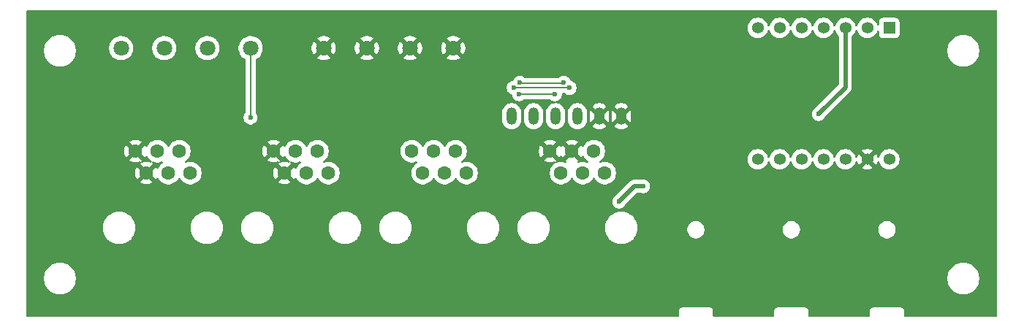
<source format=gbr>
%TF.GenerationSoftware,KiCad,Pcbnew,9.0.1*%
%TF.CreationDate,2025-04-18T12:39:12-07:00*%
%TF.ProjectId,Greenhouse Board,47726565-6e68-46f7-9573-6520426f6172,rev?*%
%TF.SameCoordinates,Original*%
%TF.FileFunction,Copper,L2,Bot*%
%TF.FilePolarity,Positive*%
%FSLAX46Y46*%
G04 Gerber Fmt 4.6, Leading zero omitted, Abs format (unit mm)*
G04 Created by KiCad (PCBNEW 9.0.1) date 2025-04-18 12:39:12*
%MOMM*%
%LPD*%
G01*
G04 APERTURE LIST*
%TA.AperFunction,ComponentPad*%
%ADD10R,1.358000X1.358000*%
%TD*%
%TA.AperFunction,ComponentPad*%
%ADD11C,1.358000*%
%TD*%
%TA.AperFunction,ComponentPad*%
%ADD12C,1.600000*%
%TD*%
%TA.AperFunction,ComponentPad*%
%ADD13O,1.200000X2.000000*%
%TD*%
%TA.AperFunction,ComponentPad*%
%ADD14C,1.803400*%
%TD*%
%TA.AperFunction,ViaPad*%
%ADD15C,0.600000*%
%TD*%
%TA.AperFunction,Conductor*%
%ADD16C,0.200000*%
%TD*%
%TA.AperFunction,Conductor*%
%ADD17C,0.500000*%
%TD*%
G04 APERTURE END LIST*
D10*
%TO.P,U1,1,D0*%
%TO.N,/window_close*%
X196138800Y-79908400D03*
D11*
%TO.P,U1,2,D1*%
%TO.N,/window_open*%
X193598800Y-79908400D03*
%TO.P,U1,3,D2*%
%TO.N,/fan_signal*%
X191058800Y-79908400D03*
%TO.P,U1,4,D3*%
%TO.N,/mist_control*%
X188518800Y-79908400D03*
%TO.P,U1,5,D4*%
%TO.N,/SDA*%
X185978800Y-79908400D03*
%TO.P,U1,6,D5*%
%TO.N,/SCL*%
X183438800Y-79908400D03*
%TO.P,U1,7,TX_D6*%
%TO.N,unconnected-(U1-TX_D6-Pad7)*%
X180898800Y-79908400D03*
%TO.P,U1,8,RX_D7*%
%TO.N,unconnected-(U1-RX_D7-Pad8)*%
X180898800Y-95148400D03*
%TO.P,U1,9,D8*%
%TO.N,/temp_bus*%
X183438800Y-95148400D03*
%TO.P,U1,10,D9*%
%TO.N,/DHT22_Sensor*%
X185978800Y-95148400D03*
%TO.P,U1,11,D10*%
%TO.N,unconnected-(U1-D10-Pad11)*%
X188518800Y-95148400D03*
%TO.P,U1,12,VCC_3V3*%
%TO.N,unconnected-(U1-VCC_3V3-Pad12)*%
X191058800Y-95148400D03*
%TO.P,U1,13,GND*%
%TO.N,GND*%
X193598800Y-95148400D03*
%TO.P,U1,14,VUSB*%
%TO.N,+5V*%
X196138800Y-95148400D03*
%TD*%
D12*
%TO.P,J5,1*%
%TO.N,+5V*%
X163195000Y-96735900D03*
%TO.P,J5,2*%
X161925000Y-94195900D03*
%TO.P,J5,3*%
%TO.N,/SCL*%
X160655000Y-96735900D03*
%TO.P,J5,4*%
%TO.N,GND*%
X159385000Y-94195900D03*
%TO.P,J5,5*%
%TO.N,/SDA*%
X158115000Y-96735900D03*
%TO.P,J5,6*%
%TO.N,GND*%
X156845000Y-94195900D03*
%TD*%
D13*
%TO.P,U2,1,GND*%
%TO.N,GND*%
X162560000Y-90131900D03*
X165100000Y-90131900D03*
%TO.P,U2,2,5V*%
%TO.N,+5V*%
X157480000Y-90131900D03*
X160020000Y-90131900D03*
%TO.P,U2,3,12V*%
%TO.N,+12V*%
X152400000Y-90131900D03*
X154940000Y-90131900D03*
%TD*%
D14*
%TO.P,J1,1,1*%
%TO.N,+12V*%
X122163100Y-82236500D03*
%TO.P,J1,2,2*%
X117163100Y-82236500D03*
%TO.P,J1,3,3*%
X112163100Y-82236500D03*
%TO.P,J1,4,4*%
X107163099Y-82236500D03*
%TD*%
%TO.P,J6,1,1*%
%TO.N,GND*%
X145636000Y-82236500D03*
%TO.P,J6,2,2*%
X140636000Y-82236500D03*
%TO.P,J6,3,3*%
X135636000Y-82236500D03*
%TO.P,J6,4,4*%
X130635999Y-82236500D03*
%TD*%
D12*
%TO.P,J4,1*%
%TO.N,+12V*%
X147187000Y-96735900D03*
%TO.P,J4,2*%
X145917000Y-94195900D03*
%TO.P,J4,3*%
X144647000Y-96735900D03*
%TO.P,J4,4*%
%TO.N,/mist-*%
X143377000Y-94195900D03*
%TO.P,J4,5*%
X142107000Y-96735900D03*
%TO.P,J4,6*%
X140837000Y-94195900D03*
%TD*%
%TO.P,J2,1*%
%TO.N,/green_wire*%
X115183000Y-96735900D03*
%TO.P,J2,2*%
X113913000Y-94195900D03*
%TO.P,J2,3*%
%TO.N,/red_wire*%
X112643000Y-96735900D03*
%TO.P,J2,4*%
X111373000Y-94195900D03*
%TO.P,J2,5*%
%TO.N,GND*%
X110103000Y-96735900D03*
%TO.P,J2,6*%
X108833000Y-94195900D03*
%TD*%
%TO.P,J3,1*%
%TO.N,+5V*%
X131185000Y-96735900D03*
%TO.P,J3,2*%
X129915000Y-94195900D03*
%TO.P,J3,3*%
%TO.N,/fan_signal*%
X128645000Y-96735900D03*
%TO.P,J3,4*%
X127375000Y-94195900D03*
%TO.P,J3,5*%
%TO.N,GND*%
X126105000Y-96735900D03*
%TO.P,J3,6*%
X124835000Y-94195900D03*
%TD*%
D15*
%TO.N,GND*%
X144373600Y-88671400D03*
%TO.N,+12V*%
X122148600Y-90297000D03*
%TO.N,GND*%
X171450000Y-109181900D03*
%TO.N,/fan_signal*%
X167640000Y-98259900D03*
X164846000Y-100037900D03*
X187960000Y-89877900D03*
%TO.N,/window_close*%
X152628600Y-86830900D03*
X159102568Y-86853322D03*
%TO.N,/window_open*%
X158445200Y-86229900D03*
X153365200Y-86229900D03*
%TO.N,/mist_control*%
X157429200Y-87591900D03*
X153263600Y-87591900D03*
%TD*%
D16*
%TO.N,/window_close*%
X159102568Y-86853322D02*
X159080146Y-86830900D01*
X159080146Y-86830900D02*
X152628600Y-86830900D01*
%TO.N,/window_open*%
X153365200Y-86229900D02*
X153457200Y-86321900D01*
X158353200Y-86321900D02*
X158445200Y-86229900D01*
X153457200Y-86321900D02*
X158353200Y-86321900D01*
%TO.N,+12V*%
X122148600Y-90297000D02*
X122163100Y-90282500D01*
X122163100Y-90282500D02*
X122163100Y-82236500D01*
%TO.N,/mist_control*%
X153263600Y-87591900D02*
X157429200Y-87591900D01*
D17*
%TO.N,/fan_signal*%
X187960000Y-89877900D02*
X191059546Y-86778354D01*
X191059546Y-86778354D02*
X191059546Y-79896900D01*
X164846000Y-100037900D02*
X166624000Y-98259900D01*
X166624000Y-98259900D02*
X167640000Y-98259900D01*
%TD*%
%TA.AperFunction,Conductor*%
%TO.N,GND*%
G36*
X110901535Y-95410137D02*
G01*
X110979284Y-95435400D01*
X111068465Y-95464377D01*
X111102389Y-95469750D01*
X111270648Y-95496400D01*
X111270649Y-95496400D01*
X111475351Y-95496400D01*
X111475352Y-95496400D01*
X111677534Y-95464377D01*
X111842932Y-95410635D01*
X111912768Y-95408640D01*
X111972601Y-95444720D01*
X112003430Y-95507421D01*
X111995466Y-95576835D01*
X111954131Y-95628885D01*
X111795787Y-95743928D01*
X111795782Y-95743932D01*
X111651028Y-95888686D01*
X111530713Y-96054288D01*
X111483203Y-96147530D01*
X111435228Y-96198326D01*
X111367407Y-96215120D01*
X111301272Y-96192582D01*
X111262234Y-96147528D01*
X111214861Y-96054552D01*
X111182474Y-96009977D01*
X111182474Y-96009976D01*
X110541055Y-96651396D01*
X110517674Y-96564136D01*
X110459089Y-96462664D01*
X110376236Y-96379811D01*
X110274764Y-96321226D01*
X110187501Y-96297844D01*
X110828922Y-95656424D01*
X110828921Y-95656423D01*
X110790333Y-95628387D01*
X110747667Y-95573058D01*
X110741688Y-95503444D01*
X110774293Y-95441649D01*
X110835132Y-95407292D01*
X110901535Y-95410137D01*
G37*
%TD.AperFunction*%
%TA.AperFunction,Conductor*%
G36*
X109912474Y-94921821D02*
G01*
X109944861Y-94877247D01*
X109944861Y-94877246D01*
X109992234Y-94784271D01*
X110040208Y-94733475D01*
X110108028Y-94716679D01*
X110174164Y-94739216D01*
X110213203Y-94784269D01*
X110260713Y-94877511D01*
X110381028Y-95043113D01*
X110381034Y-95043119D01*
X110525781Y-95187866D01*
X110685439Y-95303863D01*
X110728105Y-95359193D01*
X110734084Y-95428807D01*
X110701479Y-95490602D01*
X110640640Y-95524959D01*
X110574235Y-95522113D01*
X110407417Y-95467909D01*
X110205317Y-95435900D01*
X110000683Y-95435900D01*
X109798581Y-95467910D01*
X109798578Y-95467910D01*
X109630226Y-95522612D01*
X109560385Y-95524607D01*
X109500552Y-95488527D01*
X109469724Y-95425826D01*
X109477689Y-95356412D01*
X109519022Y-95304363D01*
X109558921Y-95275373D01*
X108917502Y-94633955D01*
X109004764Y-94610574D01*
X109106236Y-94551989D01*
X109189089Y-94469136D01*
X109247674Y-94367664D01*
X109271055Y-94280402D01*
X109912474Y-94921821D01*
G37*
%TD.AperFunction*%
%TA.AperFunction,Conductor*%
G36*
X126903535Y-95410137D02*
G01*
X126981284Y-95435400D01*
X127070465Y-95464377D01*
X127104389Y-95469750D01*
X127272648Y-95496400D01*
X127272649Y-95496400D01*
X127477351Y-95496400D01*
X127477352Y-95496400D01*
X127679534Y-95464377D01*
X127844932Y-95410635D01*
X127914768Y-95408640D01*
X127974601Y-95444720D01*
X128005430Y-95507421D01*
X127997466Y-95576835D01*
X127956131Y-95628885D01*
X127797787Y-95743928D01*
X127797782Y-95743932D01*
X127653028Y-95888686D01*
X127532713Y-96054288D01*
X127485203Y-96147530D01*
X127437228Y-96198326D01*
X127369407Y-96215120D01*
X127303272Y-96192582D01*
X127264234Y-96147528D01*
X127216861Y-96054552D01*
X127184474Y-96009977D01*
X127184474Y-96009976D01*
X126543055Y-96651396D01*
X126519674Y-96564136D01*
X126461089Y-96462664D01*
X126378236Y-96379811D01*
X126276764Y-96321226D01*
X126189501Y-96297844D01*
X126830922Y-95656424D01*
X126830921Y-95656423D01*
X126792333Y-95628387D01*
X126749667Y-95573058D01*
X126743688Y-95503444D01*
X126776293Y-95441649D01*
X126837132Y-95407292D01*
X126903535Y-95410137D01*
G37*
%TD.AperFunction*%
%TA.AperFunction,Conductor*%
G36*
X125914474Y-94921821D02*
G01*
X125946861Y-94877247D01*
X125946861Y-94877246D01*
X125994234Y-94784271D01*
X126042208Y-94733475D01*
X126110028Y-94716679D01*
X126176164Y-94739216D01*
X126215203Y-94784269D01*
X126262713Y-94877511D01*
X126383028Y-95043113D01*
X126383034Y-95043119D01*
X126527781Y-95187866D01*
X126687439Y-95303863D01*
X126730105Y-95359193D01*
X126736084Y-95428807D01*
X126703479Y-95490602D01*
X126642640Y-95524959D01*
X126576235Y-95522113D01*
X126409417Y-95467909D01*
X126207317Y-95435900D01*
X126002683Y-95435900D01*
X125800581Y-95467910D01*
X125800578Y-95467910D01*
X125632226Y-95522612D01*
X125562385Y-95524607D01*
X125502552Y-95488527D01*
X125471724Y-95425826D01*
X125479689Y-95356412D01*
X125521022Y-95304363D01*
X125560921Y-95275373D01*
X124919502Y-94633955D01*
X125006764Y-94610574D01*
X125108236Y-94551989D01*
X125191089Y-94469136D01*
X125249674Y-94367664D01*
X125273055Y-94280402D01*
X125914474Y-94921821D01*
G37*
%TD.AperFunction*%
%TA.AperFunction,Conductor*%
G36*
X158970326Y-94367664D02*
G01*
X159028911Y-94469136D01*
X159111764Y-94551989D01*
X159213236Y-94610574D01*
X159300497Y-94633955D01*
X158659076Y-95275374D01*
X158697668Y-95303413D01*
X158740333Y-95358743D01*
X158746312Y-95428357D01*
X158713706Y-95490152D01*
X158652867Y-95524509D01*
X158586464Y-95521662D01*
X158529004Y-95502992D01*
X158419534Y-95467422D01*
X158244995Y-95439778D01*
X158217352Y-95435400D01*
X158012648Y-95435400D01*
X157959803Y-95443770D01*
X157810464Y-95467423D01*
X157810461Y-95467423D01*
X157643534Y-95521662D01*
X157573693Y-95523657D01*
X157513860Y-95487577D01*
X157483032Y-95424876D01*
X157490997Y-95355462D01*
X157532330Y-95303413D01*
X157570921Y-95275373D01*
X156929502Y-94633955D01*
X157016764Y-94610574D01*
X157118236Y-94551989D01*
X157201089Y-94469136D01*
X157259674Y-94367664D01*
X157283055Y-94280403D01*
X157924474Y-94921822D01*
X157924474Y-94921821D01*
X157956861Y-94877247D01*
X157956861Y-94877246D01*
X158004515Y-94783720D01*
X158052489Y-94732924D01*
X158120310Y-94716128D01*
X158186445Y-94738665D01*
X158225485Y-94783719D01*
X158273141Y-94877250D01*
X158273147Y-94877259D01*
X158305523Y-94921821D01*
X158305524Y-94921822D01*
X158946944Y-94280402D01*
X158970326Y-94367664D01*
G37*
%TD.AperFunction*%
%TA.AperFunction,Conductor*%
G36*
X160464474Y-94921822D02*
G01*
X160464474Y-94921821D01*
X160496861Y-94877247D01*
X160496861Y-94877246D01*
X160544234Y-94784271D01*
X160592208Y-94733475D01*
X160660028Y-94716679D01*
X160726164Y-94739216D01*
X160765203Y-94784269D01*
X160812713Y-94877511D01*
X160933028Y-95043113D01*
X161077782Y-95187867D01*
X161077787Y-95187871D01*
X161236131Y-95302914D01*
X161278797Y-95358243D01*
X161284776Y-95427857D01*
X161252171Y-95489652D01*
X161191332Y-95524009D01*
X161124928Y-95521163D01*
X161065806Y-95501953D01*
X160959534Y-95467422D01*
X160784995Y-95439778D01*
X160757352Y-95435400D01*
X160552648Y-95435400D01*
X160499803Y-95443770D01*
X160350464Y-95467423D01*
X160350461Y-95467423D01*
X160183534Y-95521662D01*
X160113693Y-95523657D01*
X160053860Y-95487577D01*
X160023032Y-95424876D01*
X160030997Y-95355462D01*
X160072330Y-95303413D01*
X160110921Y-95275373D01*
X159469502Y-94633955D01*
X159556764Y-94610574D01*
X159658236Y-94551989D01*
X159741089Y-94469136D01*
X159799674Y-94367664D01*
X159823055Y-94280403D01*
X160464474Y-94921822D01*
G37*
%TD.AperFunction*%
%TA.AperFunction,Conductor*%
G36*
X208603539Y-77848427D02*
G01*
X208649294Y-77901231D01*
X208660500Y-77952742D01*
X208660500Y-113310234D01*
X208640815Y-113377273D01*
X208588011Y-113423028D01*
X208536500Y-113434234D01*
X197980673Y-113434234D01*
X197913634Y-113414549D01*
X197867879Y-113361745D01*
X197856677Y-113311182D01*
X197852050Y-112706276D01*
X197852050Y-112706274D01*
X197852046Y-112705749D01*
X197852046Y-112657030D01*
X197851663Y-112655602D01*
X197851652Y-112654119D01*
X197851651Y-112654115D01*
X197851651Y-112654113D01*
X197838665Y-112607092D01*
X197826047Y-112560001D01*
X197825310Y-112558725D01*
X197824916Y-112557298D01*
X197824910Y-112557289D01*
X197824910Y-112557286D01*
X197800419Y-112515607D01*
X197800030Y-112514939D01*
X197775822Y-112473008D01*
X197775821Y-112473007D01*
X197775820Y-112473005D01*
X197774648Y-112471478D01*
X197774637Y-112471464D01*
X197774077Y-112470734D01*
X197739620Y-112436801D01*
X197738945Y-112436131D01*
X197704798Y-112401983D01*
X197703226Y-112400777D01*
X197703223Y-112400774D01*
X197702522Y-112400236D01*
X197688092Y-112392052D01*
X197660349Y-112376317D01*
X197659755Y-112375977D01*
X197617800Y-112351754D01*
X197617798Y-112351753D01*
X197617796Y-112351752D01*
X197616008Y-112351011D01*
X197616007Y-112351010D01*
X197615165Y-112350661D01*
X197568338Y-112338496D01*
X197568338Y-112338495D01*
X197567658Y-112338318D01*
X197520771Y-112325755D01*
X197519289Y-112325755D01*
X197517849Y-112325381D01*
X197469892Y-112325748D01*
X197469588Y-112325751D01*
X197468640Y-112325755D01*
X194320771Y-112325755D01*
X194220321Y-112325755D01*
X194147549Y-112345254D01*
X194123291Y-112351754D01*
X194036300Y-112401978D01*
X194036297Y-112401980D01*
X193965271Y-112473006D01*
X193965269Y-112473009D01*
X193915045Y-112560000D01*
X193915045Y-112560001D01*
X193889046Y-112657030D01*
X193889046Y-112657032D01*
X193889046Y-113301755D01*
X193869361Y-113368794D01*
X193816557Y-113414549D01*
X193765046Y-113425755D01*
X186909335Y-113425755D01*
X186842296Y-113406070D01*
X186796541Y-113353266D01*
X186785335Y-113301755D01*
X186785335Y-112657032D01*
X186785335Y-112657030D01*
X186759336Y-112560001D01*
X186709111Y-112473008D01*
X186638082Y-112401979D01*
X186551089Y-112351754D01*
X186551090Y-112351754D01*
X186526831Y-112345254D01*
X186454060Y-112325755D01*
X183254060Y-112325755D01*
X183153610Y-112325755D01*
X183080838Y-112345254D01*
X183056580Y-112351754D01*
X182969589Y-112401978D01*
X182969586Y-112401980D01*
X182898560Y-112473006D01*
X182898558Y-112473009D01*
X182848334Y-112560000D01*
X182848334Y-112560001D01*
X182822335Y-112657030D01*
X182822335Y-112657032D01*
X182822335Y-113301755D01*
X182802650Y-113368794D01*
X182749846Y-113414549D01*
X182698335Y-113425755D01*
X175844323Y-113425755D01*
X175777284Y-113406070D01*
X175731529Y-113353266D01*
X175720323Y-113301755D01*
X175720323Y-112657032D01*
X175720323Y-112657030D01*
X175694324Y-112560001D01*
X175644099Y-112473008D01*
X175573070Y-112401979D01*
X175486077Y-112351754D01*
X175486078Y-112351754D01*
X175461819Y-112345254D01*
X175389048Y-112325755D01*
X172189048Y-112325755D01*
X172088598Y-112325755D01*
X172015826Y-112345254D01*
X171991568Y-112351754D01*
X171904577Y-112401978D01*
X171904574Y-112401980D01*
X171833548Y-112473006D01*
X171833546Y-112473009D01*
X171783322Y-112560000D01*
X171783322Y-112560001D01*
X171757323Y-112657030D01*
X171757323Y-112657032D01*
X171757323Y-113301817D01*
X171737638Y-113368856D01*
X171684834Y-113414611D01*
X171633338Y-113425817D01*
X96331865Y-113435146D01*
X96264823Y-113415470D01*
X96219062Y-113362671D01*
X96207850Y-113311146D01*
X96207850Y-108844711D01*
X98225500Y-108844711D01*
X98225500Y-109087288D01*
X98257161Y-109327785D01*
X98319947Y-109562104D01*
X98412773Y-109786205D01*
X98412776Y-109786212D01*
X98534064Y-109996289D01*
X98534066Y-109996292D01*
X98534067Y-109996293D01*
X98681733Y-110188736D01*
X98681739Y-110188743D01*
X98853256Y-110360260D01*
X98853262Y-110360265D01*
X99045711Y-110507936D01*
X99255788Y-110629224D01*
X99479900Y-110722054D01*
X99714211Y-110784838D01*
X99894586Y-110808584D01*
X99954711Y-110816500D01*
X99954712Y-110816500D01*
X100197289Y-110816500D01*
X100245388Y-110810167D01*
X100437789Y-110784838D01*
X100672100Y-110722054D01*
X100896212Y-110629224D01*
X101106289Y-110507936D01*
X101298738Y-110360265D01*
X101470265Y-110188738D01*
X101617936Y-109996289D01*
X101739224Y-109786212D01*
X101832054Y-109562100D01*
X101894838Y-109327789D01*
X101926500Y-109087288D01*
X101926500Y-108844712D01*
X101926500Y-108844711D01*
X202873500Y-108844711D01*
X202873500Y-109087288D01*
X202905161Y-109327785D01*
X202967947Y-109562104D01*
X203060773Y-109786205D01*
X203060776Y-109786212D01*
X203182064Y-109996289D01*
X203182066Y-109996292D01*
X203182067Y-109996293D01*
X203329733Y-110188736D01*
X203329739Y-110188743D01*
X203501256Y-110360260D01*
X203501262Y-110360265D01*
X203693711Y-110507936D01*
X203903788Y-110629224D01*
X204127900Y-110722054D01*
X204362211Y-110784838D01*
X204542586Y-110808584D01*
X204602711Y-110816500D01*
X204602712Y-110816500D01*
X204845289Y-110816500D01*
X204893388Y-110810167D01*
X205085789Y-110784838D01*
X205320100Y-110722054D01*
X205544212Y-110629224D01*
X205754289Y-110507936D01*
X205946738Y-110360265D01*
X206118265Y-110188738D01*
X206265936Y-109996289D01*
X206387224Y-109786212D01*
X206480054Y-109562100D01*
X206542838Y-109327789D01*
X206574500Y-109087288D01*
X206574500Y-108844712D01*
X206542838Y-108604211D01*
X206480054Y-108369900D01*
X206387224Y-108145788D01*
X206265936Y-107935711D01*
X206118265Y-107743262D01*
X206118260Y-107743256D01*
X205946743Y-107571739D01*
X205946736Y-107571733D01*
X205754293Y-107424067D01*
X205754292Y-107424066D01*
X205754289Y-107424064D01*
X205544212Y-107302776D01*
X205544205Y-107302773D01*
X205320104Y-107209947D01*
X205085785Y-107147161D01*
X204845289Y-107115500D01*
X204845288Y-107115500D01*
X204602712Y-107115500D01*
X204602711Y-107115500D01*
X204362214Y-107147161D01*
X204127895Y-107209947D01*
X203903794Y-107302773D01*
X203903785Y-107302777D01*
X203693706Y-107424067D01*
X203501263Y-107571733D01*
X203501256Y-107571739D01*
X203329739Y-107743256D01*
X203329733Y-107743263D01*
X203182067Y-107935706D01*
X203060777Y-108145785D01*
X203060773Y-108145794D01*
X202967947Y-108369895D01*
X202905161Y-108604214D01*
X202873500Y-108844711D01*
X101926500Y-108844711D01*
X101894838Y-108604211D01*
X101832054Y-108369900D01*
X101739224Y-108145788D01*
X101617936Y-107935711D01*
X101470265Y-107743262D01*
X101470260Y-107743256D01*
X101298743Y-107571739D01*
X101298736Y-107571733D01*
X101106293Y-107424067D01*
X101106292Y-107424066D01*
X101106289Y-107424064D01*
X100896212Y-107302776D01*
X100896205Y-107302773D01*
X100672104Y-107209947D01*
X100437785Y-107147161D01*
X100197289Y-107115500D01*
X100197288Y-107115500D01*
X99954712Y-107115500D01*
X99954711Y-107115500D01*
X99714214Y-107147161D01*
X99479895Y-107209947D01*
X99255794Y-107302773D01*
X99255785Y-107302777D01*
X99045706Y-107424067D01*
X98853263Y-107571733D01*
X98853256Y-107571739D01*
X98681739Y-107743256D01*
X98681733Y-107743263D01*
X98534067Y-107935706D01*
X98412777Y-108145785D01*
X98412773Y-108145794D01*
X98319947Y-108369895D01*
X98257161Y-108604214D01*
X98225500Y-108844711D01*
X96207850Y-108844711D01*
X96207850Y-102962965D01*
X105052500Y-102962965D01*
X105052500Y-103208834D01*
X105078432Y-103405796D01*
X105084591Y-103452577D01*
X105084592Y-103452579D01*
X105148222Y-103690052D01*
X105148225Y-103690062D01*
X105242303Y-103917185D01*
X105242306Y-103917192D01*
X105365233Y-104130108D01*
X105365235Y-104130111D01*
X105365236Y-104130112D01*
X105514897Y-104325154D01*
X105514903Y-104325161D01*
X105688738Y-104498996D01*
X105688744Y-104499001D01*
X105883792Y-104648667D01*
X106096708Y-104771594D01*
X106323847Y-104865678D01*
X106561323Y-104929309D01*
X106805073Y-104961400D01*
X106805080Y-104961400D01*
X107050920Y-104961400D01*
X107050927Y-104961400D01*
X107294677Y-104929309D01*
X107532153Y-104865678D01*
X107759292Y-104771594D01*
X107972208Y-104648667D01*
X108167256Y-104499001D01*
X108341101Y-104325156D01*
X108490767Y-104130108D01*
X108613694Y-103917192D01*
X108707778Y-103690053D01*
X108771409Y-103452577D01*
X108803500Y-103208827D01*
X108803500Y-102962973D01*
X108803499Y-102962965D01*
X115212500Y-102962965D01*
X115212500Y-103208834D01*
X115238432Y-103405796D01*
X115244591Y-103452577D01*
X115244592Y-103452579D01*
X115308222Y-103690052D01*
X115308225Y-103690062D01*
X115402303Y-103917185D01*
X115402306Y-103917192D01*
X115525233Y-104130108D01*
X115525235Y-104130111D01*
X115525236Y-104130112D01*
X115674897Y-104325154D01*
X115674903Y-104325161D01*
X115848738Y-104498996D01*
X115848744Y-104499001D01*
X116043792Y-104648667D01*
X116256708Y-104771594D01*
X116483847Y-104865678D01*
X116721323Y-104929309D01*
X116965073Y-104961400D01*
X116965080Y-104961400D01*
X117210920Y-104961400D01*
X117210927Y-104961400D01*
X117454677Y-104929309D01*
X117692153Y-104865678D01*
X117919292Y-104771594D01*
X118132208Y-104648667D01*
X118327256Y-104499001D01*
X118501101Y-104325156D01*
X118650767Y-104130108D01*
X118773694Y-103917192D01*
X118867778Y-103690053D01*
X118931409Y-103452577D01*
X118963500Y-103208827D01*
X118963500Y-102962973D01*
X118963499Y-102962965D01*
X121054500Y-102962965D01*
X121054500Y-103208834D01*
X121080432Y-103405796D01*
X121086591Y-103452577D01*
X121086592Y-103452579D01*
X121150222Y-103690052D01*
X121150225Y-103690062D01*
X121244303Y-103917185D01*
X121244306Y-103917192D01*
X121367233Y-104130108D01*
X121367235Y-104130111D01*
X121367236Y-104130112D01*
X121516897Y-104325154D01*
X121516903Y-104325161D01*
X121690738Y-104498996D01*
X121690744Y-104499001D01*
X121885792Y-104648667D01*
X122098708Y-104771594D01*
X122325847Y-104865678D01*
X122563323Y-104929309D01*
X122807073Y-104961400D01*
X122807080Y-104961400D01*
X123052920Y-104961400D01*
X123052927Y-104961400D01*
X123296677Y-104929309D01*
X123534153Y-104865678D01*
X123761292Y-104771594D01*
X123974208Y-104648667D01*
X124169256Y-104499001D01*
X124343101Y-104325156D01*
X124492767Y-104130108D01*
X124615694Y-103917192D01*
X124709778Y-103690053D01*
X124773409Y-103452577D01*
X124805500Y-103208827D01*
X124805500Y-102962973D01*
X124805499Y-102962965D01*
X131214500Y-102962965D01*
X131214500Y-103208834D01*
X131240432Y-103405796D01*
X131246591Y-103452577D01*
X131246592Y-103452579D01*
X131310222Y-103690052D01*
X131310225Y-103690062D01*
X131404303Y-103917185D01*
X131404306Y-103917192D01*
X131527233Y-104130108D01*
X131527235Y-104130111D01*
X131527236Y-104130112D01*
X131676897Y-104325154D01*
X131676903Y-104325161D01*
X131850738Y-104498996D01*
X131850744Y-104499001D01*
X132045792Y-104648667D01*
X132258708Y-104771594D01*
X132485847Y-104865678D01*
X132723323Y-104929309D01*
X132967073Y-104961400D01*
X132967080Y-104961400D01*
X133212920Y-104961400D01*
X133212927Y-104961400D01*
X133456677Y-104929309D01*
X133694153Y-104865678D01*
X133921292Y-104771594D01*
X134134208Y-104648667D01*
X134329256Y-104499001D01*
X134503101Y-104325156D01*
X134652767Y-104130108D01*
X134775694Y-103917192D01*
X134869778Y-103690053D01*
X134933409Y-103452577D01*
X134965500Y-103208827D01*
X134965500Y-102962973D01*
X134965499Y-102962965D01*
X137056500Y-102962965D01*
X137056500Y-103208834D01*
X137082432Y-103405796D01*
X137088591Y-103452577D01*
X137088592Y-103452579D01*
X137152222Y-103690052D01*
X137152225Y-103690062D01*
X137246303Y-103917185D01*
X137246306Y-103917192D01*
X137369233Y-104130108D01*
X137369235Y-104130111D01*
X137369236Y-104130112D01*
X137518897Y-104325154D01*
X137518903Y-104325161D01*
X137692738Y-104498996D01*
X137692744Y-104499001D01*
X137887792Y-104648667D01*
X138100708Y-104771594D01*
X138327847Y-104865678D01*
X138565323Y-104929309D01*
X138809073Y-104961400D01*
X138809080Y-104961400D01*
X139054920Y-104961400D01*
X139054927Y-104961400D01*
X139298677Y-104929309D01*
X139536153Y-104865678D01*
X139763292Y-104771594D01*
X139976208Y-104648667D01*
X140171256Y-104499001D01*
X140345101Y-104325156D01*
X140494767Y-104130108D01*
X140617694Y-103917192D01*
X140711778Y-103690053D01*
X140775409Y-103452577D01*
X140807500Y-103208827D01*
X140807500Y-102962973D01*
X140807499Y-102962965D01*
X147216500Y-102962965D01*
X147216500Y-103208834D01*
X147242432Y-103405796D01*
X147248591Y-103452577D01*
X147248592Y-103452579D01*
X147312222Y-103690052D01*
X147312225Y-103690062D01*
X147406303Y-103917185D01*
X147406306Y-103917192D01*
X147529233Y-104130108D01*
X147529235Y-104130111D01*
X147529236Y-104130112D01*
X147678897Y-104325154D01*
X147678903Y-104325161D01*
X147852738Y-104498996D01*
X147852744Y-104499001D01*
X148047792Y-104648667D01*
X148260708Y-104771594D01*
X148487847Y-104865678D01*
X148725323Y-104929309D01*
X148969073Y-104961400D01*
X148969080Y-104961400D01*
X149214920Y-104961400D01*
X149214927Y-104961400D01*
X149458677Y-104929309D01*
X149696153Y-104865678D01*
X149923292Y-104771594D01*
X150136208Y-104648667D01*
X150331256Y-104499001D01*
X150505101Y-104325156D01*
X150654767Y-104130108D01*
X150777694Y-103917192D01*
X150871778Y-103690053D01*
X150935409Y-103452577D01*
X150967500Y-103208827D01*
X150967500Y-102962973D01*
X150967499Y-102962965D01*
X153064500Y-102962965D01*
X153064500Y-103208834D01*
X153090432Y-103405796D01*
X153096591Y-103452577D01*
X153096592Y-103452579D01*
X153160222Y-103690052D01*
X153160225Y-103690062D01*
X153254303Y-103917185D01*
X153254306Y-103917192D01*
X153377233Y-104130108D01*
X153377235Y-104130111D01*
X153377236Y-104130112D01*
X153526897Y-104325154D01*
X153526903Y-104325161D01*
X153700738Y-104498996D01*
X153700744Y-104499001D01*
X153895792Y-104648667D01*
X154108708Y-104771594D01*
X154335847Y-104865678D01*
X154573323Y-104929309D01*
X154817073Y-104961400D01*
X154817080Y-104961400D01*
X155062920Y-104961400D01*
X155062927Y-104961400D01*
X155306677Y-104929309D01*
X155544153Y-104865678D01*
X155771292Y-104771594D01*
X155984208Y-104648667D01*
X156179256Y-104499001D01*
X156353101Y-104325156D01*
X156502767Y-104130108D01*
X156625694Y-103917192D01*
X156719778Y-103690053D01*
X156783409Y-103452577D01*
X156815500Y-103208827D01*
X156815500Y-102962973D01*
X156815499Y-102962965D01*
X163224500Y-102962965D01*
X163224500Y-103208834D01*
X163250432Y-103405796D01*
X163256591Y-103452577D01*
X163256592Y-103452579D01*
X163320222Y-103690052D01*
X163320225Y-103690062D01*
X163414303Y-103917185D01*
X163414306Y-103917192D01*
X163537233Y-104130108D01*
X163537235Y-104130111D01*
X163537236Y-104130112D01*
X163686897Y-104325154D01*
X163686903Y-104325161D01*
X163860738Y-104498996D01*
X163860744Y-104499001D01*
X164055792Y-104648667D01*
X164268708Y-104771594D01*
X164495847Y-104865678D01*
X164733323Y-104929309D01*
X164977073Y-104961400D01*
X164977080Y-104961400D01*
X165222920Y-104961400D01*
X165222927Y-104961400D01*
X165466677Y-104929309D01*
X165704153Y-104865678D01*
X165931292Y-104771594D01*
X166144208Y-104648667D01*
X166339256Y-104499001D01*
X166513101Y-104325156D01*
X166662767Y-104130108D01*
X166785694Y-103917192D01*
X166879778Y-103690053D01*
X166943409Y-103452577D01*
X166949568Y-103405798D01*
X172738322Y-103405798D01*
X172776770Y-103599084D01*
X172776773Y-103599094D01*
X172852187Y-103781162D01*
X172852194Y-103781175D01*
X172961683Y-103945036D01*
X172961686Y-103945040D01*
X173101037Y-104084391D01*
X173101041Y-104084394D01*
X173264902Y-104193883D01*
X173264915Y-104193890D01*
X173446983Y-104269304D01*
X173446988Y-104269306D01*
X173446992Y-104269306D01*
X173446993Y-104269307D01*
X173640279Y-104307755D01*
X173640282Y-104307755D01*
X173837366Y-104307755D01*
X173967405Y-104281887D01*
X174030658Y-104269306D01*
X174212737Y-104193887D01*
X174376605Y-104084394D01*
X174515962Y-103945037D01*
X174625455Y-103781169D01*
X174700874Y-103599090D01*
X174730018Y-103452577D01*
X174739323Y-103405798D01*
X183803334Y-103405798D01*
X183841782Y-103599084D01*
X183841785Y-103599094D01*
X183917199Y-103781162D01*
X183917206Y-103781175D01*
X184026695Y-103945036D01*
X184026698Y-103945040D01*
X184166049Y-104084391D01*
X184166053Y-104084394D01*
X184329914Y-104193883D01*
X184329927Y-104193890D01*
X184511995Y-104269304D01*
X184512000Y-104269306D01*
X184512004Y-104269306D01*
X184512005Y-104269307D01*
X184705291Y-104307755D01*
X184705294Y-104307755D01*
X184902378Y-104307755D01*
X185032417Y-104281887D01*
X185095670Y-104269306D01*
X185277749Y-104193887D01*
X185441617Y-104084394D01*
X185580974Y-103945037D01*
X185690467Y-103781169D01*
X185765886Y-103599090D01*
X185795030Y-103452577D01*
X185804335Y-103405798D01*
X194870045Y-103405798D01*
X194908493Y-103599084D01*
X194908496Y-103599094D01*
X194983910Y-103781162D01*
X194983917Y-103781175D01*
X195093406Y-103945036D01*
X195093409Y-103945040D01*
X195232760Y-104084391D01*
X195232764Y-104084394D01*
X195396625Y-104193883D01*
X195396638Y-104193890D01*
X195578706Y-104269304D01*
X195578711Y-104269306D01*
X195578715Y-104269306D01*
X195578716Y-104269307D01*
X195772002Y-104307755D01*
X195772005Y-104307755D01*
X195969089Y-104307755D01*
X196099128Y-104281887D01*
X196162381Y-104269306D01*
X196344460Y-104193887D01*
X196508328Y-104084394D01*
X196647685Y-103945037D01*
X196757178Y-103781169D01*
X196832597Y-103599090D01*
X196861741Y-103452577D01*
X196871046Y-103405798D01*
X196871046Y-103208711D01*
X196832598Y-103015425D01*
X196832597Y-103015424D01*
X196832597Y-103015420D01*
X196832595Y-103015415D01*
X196757181Y-102833347D01*
X196757174Y-102833334D01*
X196647685Y-102669473D01*
X196647682Y-102669469D01*
X196508331Y-102530118D01*
X196508327Y-102530115D01*
X196344466Y-102420626D01*
X196344453Y-102420619D01*
X196162385Y-102345205D01*
X196162375Y-102345202D01*
X195969089Y-102306755D01*
X195969087Y-102306755D01*
X195772005Y-102306755D01*
X195772003Y-102306755D01*
X195578716Y-102345202D01*
X195578706Y-102345205D01*
X195396638Y-102420619D01*
X195396625Y-102420626D01*
X195232764Y-102530115D01*
X195232760Y-102530118D01*
X195093409Y-102669469D01*
X195093406Y-102669473D01*
X194983917Y-102833334D01*
X194983910Y-102833347D01*
X194908496Y-103015415D01*
X194908493Y-103015425D01*
X194870046Y-103208711D01*
X194870046Y-103208714D01*
X194870046Y-103405796D01*
X194870046Y-103405798D01*
X194870045Y-103405798D01*
X185804335Y-103405798D01*
X185804335Y-103208711D01*
X185765887Y-103015425D01*
X185765886Y-103015424D01*
X185765886Y-103015420D01*
X185765884Y-103015415D01*
X185690470Y-102833347D01*
X185690463Y-102833334D01*
X185580974Y-102669473D01*
X185580971Y-102669469D01*
X185441620Y-102530118D01*
X185441616Y-102530115D01*
X185277755Y-102420626D01*
X185277742Y-102420619D01*
X185095674Y-102345205D01*
X185095664Y-102345202D01*
X184902378Y-102306755D01*
X184902376Y-102306755D01*
X184705294Y-102306755D01*
X184705292Y-102306755D01*
X184512005Y-102345202D01*
X184511995Y-102345205D01*
X184329927Y-102420619D01*
X184329914Y-102420626D01*
X184166053Y-102530115D01*
X184166049Y-102530118D01*
X184026698Y-102669469D01*
X184026695Y-102669473D01*
X183917206Y-102833334D01*
X183917199Y-102833347D01*
X183841785Y-103015415D01*
X183841782Y-103015425D01*
X183803335Y-103208711D01*
X183803335Y-103208714D01*
X183803335Y-103405796D01*
X183803335Y-103405798D01*
X183803334Y-103405798D01*
X174739323Y-103405798D01*
X174739323Y-103208711D01*
X174700875Y-103015425D01*
X174700874Y-103015424D01*
X174700874Y-103015420D01*
X174700872Y-103015415D01*
X174625458Y-102833347D01*
X174625451Y-102833334D01*
X174515962Y-102669473D01*
X174515959Y-102669469D01*
X174376608Y-102530118D01*
X174376604Y-102530115D01*
X174212743Y-102420626D01*
X174212730Y-102420619D01*
X174030662Y-102345205D01*
X174030652Y-102345202D01*
X173837366Y-102306755D01*
X173837364Y-102306755D01*
X173640282Y-102306755D01*
X173640280Y-102306755D01*
X173446993Y-102345202D01*
X173446983Y-102345205D01*
X173264915Y-102420619D01*
X173264902Y-102420626D01*
X173101041Y-102530115D01*
X173101037Y-102530118D01*
X172961686Y-102669469D01*
X172961683Y-102669473D01*
X172852194Y-102833334D01*
X172852187Y-102833347D01*
X172776773Y-103015415D01*
X172776770Y-103015425D01*
X172738323Y-103208711D01*
X172738323Y-103208714D01*
X172738323Y-103405796D01*
X172738323Y-103405798D01*
X172738322Y-103405798D01*
X166949568Y-103405798D01*
X166975500Y-103208827D01*
X166975500Y-102962973D01*
X166943409Y-102719223D01*
X166879778Y-102481747D01*
X166785694Y-102254608D01*
X166662767Y-102041692D01*
X166513101Y-101846644D01*
X166513096Y-101846638D01*
X166339261Y-101672803D01*
X166339254Y-101672797D01*
X166144212Y-101523136D01*
X166144211Y-101523135D01*
X166144208Y-101523133D01*
X165931292Y-101400206D01*
X165931285Y-101400203D01*
X165704162Y-101306125D01*
X165704155Y-101306123D01*
X165704153Y-101306122D01*
X165466677Y-101242491D01*
X165425939Y-101237127D01*
X165222934Y-101210400D01*
X165222927Y-101210400D01*
X164977073Y-101210400D01*
X164977065Y-101210400D01*
X164745059Y-101240945D01*
X164733323Y-101242491D01*
X164495847Y-101306122D01*
X164495837Y-101306125D01*
X164268714Y-101400203D01*
X164268705Y-101400207D01*
X164055787Y-101523136D01*
X163860745Y-101672797D01*
X163860738Y-101672803D01*
X163686903Y-101846638D01*
X163686897Y-101846645D01*
X163537236Y-102041687D01*
X163414307Y-102254605D01*
X163414303Y-102254614D01*
X163320225Y-102481737D01*
X163320222Y-102481747D01*
X163269922Y-102669473D01*
X163256592Y-102719220D01*
X163256590Y-102719231D01*
X163224500Y-102962965D01*
X156815499Y-102962965D01*
X156783409Y-102719223D01*
X156719778Y-102481747D01*
X156625694Y-102254608D01*
X156502767Y-102041692D01*
X156353101Y-101846644D01*
X156353096Y-101846638D01*
X156179261Y-101672803D01*
X156179254Y-101672797D01*
X155984212Y-101523136D01*
X155984211Y-101523135D01*
X155984208Y-101523133D01*
X155771292Y-101400206D01*
X155771285Y-101400203D01*
X155544162Y-101306125D01*
X155544155Y-101306123D01*
X155544153Y-101306122D01*
X155306677Y-101242491D01*
X155265939Y-101237127D01*
X155062934Y-101210400D01*
X155062927Y-101210400D01*
X154817073Y-101210400D01*
X154817065Y-101210400D01*
X154585059Y-101240945D01*
X154573323Y-101242491D01*
X154335847Y-101306122D01*
X154335837Y-101306125D01*
X154108714Y-101400203D01*
X154108705Y-101400207D01*
X153895787Y-101523136D01*
X153700745Y-101672797D01*
X153700738Y-101672803D01*
X153526903Y-101846638D01*
X153526897Y-101846645D01*
X153377236Y-102041687D01*
X153254307Y-102254605D01*
X153254303Y-102254614D01*
X153160225Y-102481737D01*
X153160222Y-102481747D01*
X153109922Y-102669473D01*
X153096592Y-102719220D01*
X153096590Y-102719231D01*
X153064500Y-102962965D01*
X150967499Y-102962965D01*
X150935409Y-102719223D01*
X150871778Y-102481747D01*
X150777694Y-102254608D01*
X150654767Y-102041692D01*
X150505101Y-101846644D01*
X150505096Y-101846638D01*
X150331261Y-101672803D01*
X150331254Y-101672797D01*
X150136212Y-101523136D01*
X150136211Y-101523135D01*
X150136208Y-101523133D01*
X149923292Y-101400206D01*
X149923285Y-101400203D01*
X149696162Y-101306125D01*
X149696155Y-101306123D01*
X149696153Y-101306122D01*
X149458677Y-101242491D01*
X149417939Y-101237127D01*
X149214934Y-101210400D01*
X149214927Y-101210400D01*
X148969073Y-101210400D01*
X148969065Y-101210400D01*
X148737059Y-101240945D01*
X148725323Y-101242491D01*
X148487847Y-101306122D01*
X148487837Y-101306125D01*
X148260714Y-101400203D01*
X148260705Y-101400207D01*
X148047787Y-101523136D01*
X147852745Y-101672797D01*
X147852738Y-101672803D01*
X147678903Y-101846638D01*
X147678897Y-101846645D01*
X147529236Y-102041687D01*
X147406307Y-102254605D01*
X147406303Y-102254614D01*
X147312225Y-102481737D01*
X147312222Y-102481747D01*
X147261922Y-102669473D01*
X147248592Y-102719220D01*
X147248590Y-102719231D01*
X147216500Y-102962965D01*
X140807499Y-102962965D01*
X140775409Y-102719223D01*
X140711778Y-102481747D01*
X140617694Y-102254608D01*
X140494767Y-102041692D01*
X140345101Y-101846644D01*
X140345096Y-101846638D01*
X140171261Y-101672803D01*
X140171254Y-101672797D01*
X139976212Y-101523136D01*
X139976211Y-101523135D01*
X139976208Y-101523133D01*
X139763292Y-101400206D01*
X139763285Y-101400203D01*
X139536162Y-101306125D01*
X139536155Y-101306123D01*
X139536153Y-101306122D01*
X139298677Y-101242491D01*
X139257939Y-101237127D01*
X139054934Y-101210400D01*
X139054927Y-101210400D01*
X138809073Y-101210400D01*
X138809065Y-101210400D01*
X138577059Y-101240945D01*
X138565323Y-101242491D01*
X138327847Y-101306122D01*
X138327837Y-101306125D01*
X138100714Y-101400203D01*
X138100705Y-101400207D01*
X137887787Y-101523136D01*
X137692745Y-101672797D01*
X137692738Y-101672803D01*
X137518903Y-101846638D01*
X137518897Y-101846645D01*
X137369236Y-102041687D01*
X137246307Y-102254605D01*
X137246303Y-102254614D01*
X137152225Y-102481737D01*
X137152222Y-102481747D01*
X137101922Y-102669473D01*
X137088592Y-102719220D01*
X137088590Y-102719231D01*
X137056500Y-102962965D01*
X134965499Y-102962965D01*
X134933409Y-102719223D01*
X134869778Y-102481747D01*
X134775694Y-102254608D01*
X134652767Y-102041692D01*
X134503101Y-101846644D01*
X134503096Y-101846638D01*
X134329261Y-101672803D01*
X134329254Y-101672797D01*
X134134212Y-101523136D01*
X134134211Y-101523135D01*
X134134208Y-101523133D01*
X133921292Y-101400206D01*
X133921285Y-101400203D01*
X133694162Y-101306125D01*
X133694155Y-101306123D01*
X133694153Y-101306122D01*
X133456677Y-101242491D01*
X133415939Y-101237127D01*
X133212934Y-101210400D01*
X133212927Y-101210400D01*
X132967073Y-101210400D01*
X132967065Y-101210400D01*
X132735059Y-101240945D01*
X132723323Y-101242491D01*
X132485847Y-101306122D01*
X132485837Y-101306125D01*
X132258714Y-101400203D01*
X132258705Y-101400207D01*
X132045787Y-101523136D01*
X131850745Y-101672797D01*
X131850738Y-101672803D01*
X131676903Y-101846638D01*
X131676897Y-101846645D01*
X131527236Y-102041687D01*
X131404307Y-102254605D01*
X131404303Y-102254614D01*
X131310225Y-102481737D01*
X131310222Y-102481747D01*
X131259922Y-102669473D01*
X131246592Y-102719220D01*
X131246590Y-102719231D01*
X131214500Y-102962965D01*
X124805499Y-102962965D01*
X124773409Y-102719223D01*
X124709778Y-102481747D01*
X124615694Y-102254608D01*
X124492767Y-102041692D01*
X124343101Y-101846644D01*
X124343096Y-101846638D01*
X124169261Y-101672803D01*
X124169254Y-101672797D01*
X123974212Y-101523136D01*
X123974211Y-101523135D01*
X123974208Y-101523133D01*
X123761292Y-101400206D01*
X123761285Y-101400203D01*
X123534162Y-101306125D01*
X123534155Y-101306123D01*
X123534153Y-101306122D01*
X123296677Y-101242491D01*
X123255939Y-101237127D01*
X123052934Y-101210400D01*
X123052927Y-101210400D01*
X122807073Y-101210400D01*
X122807065Y-101210400D01*
X122575059Y-101240945D01*
X122563323Y-101242491D01*
X122325847Y-101306122D01*
X122325837Y-101306125D01*
X122098714Y-101400203D01*
X122098705Y-101400207D01*
X121885787Y-101523136D01*
X121690745Y-101672797D01*
X121690738Y-101672803D01*
X121516903Y-101846638D01*
X121516897Y-101846645D01*
X121367236Y-102041687D01*
X121244307Y-102254605D01*
X121244303Y-102254614D01*
X121150225Y-102481737D01*
X121150222Y-102481747D01*
X121099922Y-102669473D01*
X121086592Y-102719220D01*
X121086590Y-102719231D01*
X121054500Y-102962965D01*
X118963499Y-102962965D01*
X118931409Y-102719223D01*
X118867778Y-102481747D01*
X118773694Y-102254608D01*
X118650767Y-102041692D01*
X118501101Y-101846644D01*
X118501096Y-101846638D01*
X118327261Y-101672803D01*
X118327254Y-101672797D01*
X118132212Y-101523136D01*
X118132211Y-101523135D01*
X118132208Y-101523133D01*
X117919292Y-101400206D01*
X117919285Y-101400203D01*
X117692162Y-101306125D01*
X117692155Y-101306123D01*
X117692153Y-101306122D01*
X117454677Y-101242491D01*
X117413939Y-101237127D01*
X117210934Y-101210400D01*
X117210927Y-101210400D01*
X116965073Y-101210400D01*
X116965065Y-101210400D01*
X116733059Y-101240945D01*
X116721323Y-101242491D01*
X116483847Y-101306122D01*
X116483837Y-101306125D01*
X116256714Y-101400203D01*
X116256705Y-101400207D01*
X116043787Y-101523136D01*
X115848745Y-101672797D01*
X115848738Y-101672803D01*
X115674903Y-101846638D01*
X115674897Y-101846645D01*
X115525236Y-102041687D01*
X115402307Y-102254605D01*
X115402303Y-102254614D01*
X115308225Y-102481737D01*
X115308222Y-102481747D01*
X115257922Y-102669473D01*
X115244592Y-102719220D01*
X115244590Y-102719231D01*
X115212500Y-102962965D01*
X108803499Y-102962965D01*
X108771409Y-102719223D01*
X108707778Y-102481747D01*
X108613694Y-102254608D01*
X108490767Y-102041692D01*
X108341101Y-101846644D01*
X108341096Y-101846638D01*
X108167261Y-101672803D01*
X108167254Y-101672797D01*
X107972212Y-101523136D01*
X107972211Y-101523135D01*
X107972208Y-101523133D01*
X107759292Y-101400206D01*
X107759285Y-101400203D01*
X107532162Y-101306125D01*
X107532155Y-101306123D01*
X107532153Y-101306122D01*
X107294677Y-101242491D01*
X107253939Y-101237127D01*
X107050934Y-101210400D01*
X107050927Y-101210400D01*
X106805073Y-101210400D01*
X106805065Y-101210400D01*
X106573059Y-101240945D01*
X106561323Y-101242491D01*
X106323847Y-101306122D01*
X106323837Y-101306125D01*
X106096714Y-101400203D01*
X106096705Y-101400207D01*
X105883787Y-101523136D01*
X105688745Y-101672797D01*
X105688738Y-101672803D01*
X105514903Y-101846638D01*
X105514897Y-101846645D01*
X105365236Y-102041687D01*
X105242307Y-102254605D01*
X105242303Y-102254614D01*
X105148225Y-102481737D01*
X105148222Y-102481747D01*
X105097922Y-102669473D01*
X105084592Y-102719220D01*
X105084590Y-102719231D01*
X105052500Y-102962965D01*
X96207850Y-102962965D01*
X96207850Y-99959053D01*
X164045500Y-99959053D01*
X164045500Y-100116746D01*
X164076261Y-100271389D01*
X164076264Y-100271401D01*
X164136602Y-100417072D01*
X164136609Y-100417085D01*
X164224210Y-100548188D01*
X164224213Y-100548192D01*
X164335707Y-100659686D01*
X164335711Y-100659689D01*
X164466814Y-100747290D01*
X164466827Y-100747297D01*
X164612498Y-100807635D01*
X164612503Y-100807637D01*
X164767153Y-100838399D01*
X164767156Y-100838400D01*
X164767158Y-100838400D01*
X164924844Y-100838400D01*
X164924845Y-100838399D01*
X165079497Y-100807637D01*
X165225179Y-100747294D01*
X165356289Y-100659689D01*
X165467789Y-100548189D01*
X165555394Y-100417079D01*
X165565191Y-100393424D01*
X165592069Y-100353197D01*
X166898549Y-99046719D01*
X166959872Y-99013234D01*
X166986230Y-99010400D01*
X167335396Y-99010400D01*
X167382844Y-99019837D01*
X167406503Y-99029637D01*
X167406508Y-99029638D01*
X167406511Y-99029639D01*
X167561153Y-99060399D01*
X167561156Y-99060400D01*
X167561158Y-99060400D01*
X167718844Y-99060400D01*
X167718845Y-99060399D01*
X167873497Y-99029637D01*
X168019179Y-98969294D01*
X168150289Y-98881689D01*
X168261789Y-98770189D01*
X168349394Y-98639079D01*
X168409737Y-98493397D01*
X168440500Y-98338742D01*
X168440500Y-98181058D01*
X168440500Y-98181055D01*
X168440499Y-98181053D01*
X168409737Y-98026403D01*
X168374411Y-97941118D01*
X168349397Y-97880727D01*
X168349390Y-97880714D01*
X168261789Y-97749611D01*
X168261786Y-97749607D01*
X168150292Y-97638113D01*
X168150288Y-97638110D01*
X168019185Y-97550509D01*
X168019172Y-97550502D01*
X167873501Y-97490164D01*
X167873489Y-97490161D01*
X167718845Y-97459400D01*
X167718842Y-97459400D01*
X167561158Y-97459400D01*
X167561155Y-97459400D01*
X167406511Y-97490160D01*
X167406506Y-97490162D01*
X167406504Y-97490162D01*
X167406503Y-97490163D01*
X167382844Y-97499962D01*
X167335396Y-97509400D01*
X166550076Y-97509400D01*
X166521242Y-97515134D01*
X166521243Y-97515135D01*
X166405093Y-97538239D01*
X166405083Y-97538242D01*
X166325081Y-97571379D01*
X166325082Y-97571380D01*
X166268502Y-97594817D01*
X166219269Y-97627713D01*
X166145588Y-97676944D01*
X166145580Y-97676950D01*
X164530703Y-99291827D01*
X164490480Y-99318705D01*
X164466819Y-99328506D01*
X164466818Y-99328507D01*
X164335715Y-99416107D01*
X164335707Y-99416113D01*
X164224213Y-99527607D01*
X164224210Y-99527611D01*
X164136609Y-99658714D01*
X164136602Y-99658727D01*
X164076264Y-99804398D01*
X164076261Y-99804410D01*
X164045500Y-99959053D01*
X96207850Y-99959053D01*
X96207850Y-94093582D01*
X107533000Y-94093582D01*
X107533000Y-94298217D01*
X107565009Y-94500317D01*
X107628244Y-94694931D01*
X107721141Y-94877250D01*
X107721147Y-94877259D01*
X107753523Y-94921821D01*
X107753524Y-94921822D01*
X108394944Y-94280402D01*
X108418326Y-94367664D01*
X108476911Y-94469136D01*
X108559764Y-94551989D01*
X108661236Y-94610574D01*
X108748497Y-94633955D01*
X108107076Y-95275374D01*
X108151650Y-95307759D01*
X108333968Y-95400655D01*
X108528582Y-95463890D01*
X108730683Y-95495900D01*
X108935317Y-95495900D01*
X109137415Y-95463890D01*
X109305768Y-95409187D01*
X109375610Y-95407191D01*
X109435443Y-95443271D01*
X109466272Y-95505972D01*
X109458308Y-95575386D01*
X109416974Y-95627436D01*
X109377077Y-95656422D01*
X109377077Y-95656424D01*
X110018498Y-96297844D01*
X109931236Y-96321226D01*
X109829764Y-96379811D01*
X109746911Y-96462664D01*
X109688326Y-96564136D01*
X109664944Y-96651397D01*
X109023524Y-96009977D01*
X109023523Y-96009977D01*
X108991143Y-96054544D01*
X108898244Y-96236868D01*
X108835009Y-96431482D01*
X108803000Y-96633582D01*
X108803000Y-96838217D01*
X108835009Y-97040317D01*
X108898244Y-97234931D01*
X108991141Y-97417250D01*
X108991147Y-97417259D01*
X109023523Y-97461821D01*
X109023524Y-97461822D01*
X109664944Y-96820402D01*
X109688326Y-96907664D01*
X109746911Y-97009136D01*
X109829764Y-97091989D01*
X109931236Y-97150574D01*
X110018497Y-97173955D01*
X109377076Y-97815374D01*
X109421650Y-97847759D01*
X109603968Y-97940655D01*
X109798582Y-98003890D01*
X110000683Y-98035900D01*
X110205317Y-98035900D01*
X110407417Y-98003890D01*
X110602031Y-97940655D01*
X110784349Y-97847759D01*
X110828921Y-97815374D01*
X110187502Y-97173955D01*
X110274764Y-97150574D01*
X110376236Y-97091989D01*
X110459089Y-97009136D01*
X110517674Y-96907664D01*
X110541055Y-96820402D01*
X111182474Y-97461821D01*
X111214861Y-97417247D01*
X111214861Y-97417246D01*
X111262234Y-97324271D01*
X111310208Y-97273475D01*
X111378028Y-97256679D01*
X111444164Y-97279216D01*
X111483203Y-97324269D01*
X111530713Y-97417511D01*
X111651028Y-97583113D01*
X111795786Y-97727871D01*
X111916226Y-97815374D01*
X111961390Y-97848187D01*
X112077607Y-97907403D01*
X112143776Y-97941118D01*
X112143778Y-97941118D01*
X112143781Y-97941120D01*
X112248137Y-97975027D01*
X112338465Y-98004377D01*
X112439557Y-98020388D01*
X112540648Y-98036400D01*
X112540649Y-98036400D01*
X112745351Y-98036400D01*
X112745352Y-98036400D01*
X112947534Y-98004377D01*
X113142219Y-97941120D01*
X113324610Y-97848187D01*
X113417590Y-97780632D01*
X113490213Y-97727871D01*
X113490215Y-97727868D01*
X113490219Y-97727866D01*
X113634966Y-97583119D01*
X113634968Y-97583115D01*
X113634971Y-97583113D01*
X113755284Y-97417514D01*
X113755286Y-97417511D01*
X113755287Y-97417510D01*
X113802516Y-97324817D01*
X113850489Y-97274023D01*
X113918310Y-97257228D01*
X113984445Y-97279765D01*
X114023485Y-97324819D01*
X114070715Y-97417514D01*
X114191028Y-97583113D01*
X114335786Y-97727871D01*
X114456226Y-97815374D01*
X114501390Y-97848187D01*
X114617607Y-97907403D01*
X114683776Y-97941118D01*
X114683778Y-97941118D01*
X114683781Y-97941120D01*
X114788137Y-97975027D01*
X114878465Y-98004377D01*
X114979557Y-98020388D01*
X115080648Y-98036400D01*
X115080649Y-98036400D01*
X115285351Y-98036400D01*
X115285352Y-98036400D01*
X115487534Y-98004377D01*
X115682219Y-97941120D01*
X115864610Y-97848187D01*
X115957590Y-97780632D01*
X116030213Y-97727871D01*
X116030215Y-97727868D01*
X116030219Y-97727866D01*
X116174966Y-97583119D01*
X116174968Y-97583115D01*
X116174971Y-97583113D01*
X116242502Y-97490163D01*
X116295287Y-97417510D01*
X116388220Y-97235119D01*
X116451477Y-97040434D01*
X116483500Y-96838252D01*
X116483500Y-96633548D01*
X116453000Y-96440981D01*
X116451477Y-96431365D01*
X116389780Y-96241483D01*
X116388220Y-96236681D01*
X116388218Y-96236678D01*
X116388218Y-96236676D01*
X116295420Y-96054552D01*
X116295287Y-96054290D01*
X116263092Y-96009977D01*
X116174971Y-95888686D01*
X116030213Y-95743928D01*
X115864613Y-95623615D01*
X115864612Y-95623614D01*
X115864610Y-95623613D01*
X115796808Y-95589066D01*
X115682223Y-95530681D01*
X115487534Y-95467422D01*
X115312995Y-95439778D01*
X115285352Y-95435400D01*
X115080648Y-95435400D01*
X115027803Y-95443770D01*
X114878464Y-95467423D01*
X114878461Y-95467423D01*
X114713071Y-95521163D01*
X114643230Y-95523158D01*
X114583397Y-95487078D01*
X114552569Y-95424377D01*
X114560534Y-95354963D01*
X114601866Y-95302914D01*
X114760219Y-95187866D01*
X114904966Y-95043119D01*
X114904968Y-95043115D01*
X114904971Y-95043113D01*
X114987440Y-94929602D01*
X115025287Y-94877510D01*
X115118220Y-94695119D01*
X115181477Y-94500434D01*
X115213500Y-94298252D01*
X115213500Y-94093582D01*
X123535000Y-94093582D01*
X123535000Y-94298217D01*
X123567009Y-94500317D01*
X123630244Y-94694931D01*
X123723141Y-94877250D01*
X123723147Y-94877259D01*
X123755523Y-94921821D01*
X123755524Y-94921822D01*
X124396944Y-94280402D01*
X124420326Y-94367664D01*
X124478911Y-94469136D01*
X124561764Y-94551989D01*
X124663236Y-94610574D01*
X124750497Y-94633955D01*
X124109076Y-95275374D01*
X124153650Y-95307759D01*
X124335968Y-95400655D01*
X124530582Y-95463890D01*
X124732683Y-95495900D01*
X124937317Y-95495900D01*
X125139415Y-95463890D01*
X125307768Y-95409187D01*
X125377610Y-95407191D01*
X125437443Y-95443271D01*
X125468272Y-95505972D01*
X125460308Y-95575386D01*
X125418974Y-95627436D01*
X125379077Y-95656422D01*
X125379077Y-95656424D01*
X126020498Y-96297844D01*
X125933236Y-96321226D01*
X125831764Y-96379811D01*
X125748911Y-96462664D01*
X125690326Y-96564136D01*
X125666944Y-96651397D01*
X125025524Y-96009977D01*
X125025523Y-96009977D01*
X124993143Y-96054544D01*
X124900244Y-96236868D01*
X124837009Y-96431482D01*
X124805000Y-96633582D01*
X124805000Y-96838217D01*
X124837009Y-97040317D01*
X124900244Y-97234931D01*
X124993141Y-97417250D01*
X124993147Y-97417259D01*
X125025523Y-97461821D01*
X125025524Y-97461822D01*
X125666944Y-96820402D01*
X125690326Y-96907664D01*
X125748911Y-97009136D01*
X125831764Y-97091989D01*
X125933236Y-97150574D01*
X126020497Y-97173955D01*
X125379076Y-97815374D01*
X125423650Y-97847759D01*
X125605968Y-97940655D01*
X125800582Y-98003890D01*
X126002683Y-98035900D01*
X126207317Y-98035900D01*
X126409417Y-98003890D01*
X126604031Y-97940655D01*
X126786349Y-97847759D01*
X126830921Y-97815374D01*
X126189502Y-97173955D01*
X126276764Y-97150574D01*
X126378236Y-97091989D01*
X126461089Y-97009136D01*
X126519674Y-96907664D01*
X126543055Y-96820402D01*
X127184474Y-97461821D01*
X127216861Y-97417247D01*
X127216861Y-97417246D01*
X127264234Y-97324271D01*
X127312208Y-97273475D01*
X127380028Y-97256679D01*
X127446164Y-97279216D01*
X127485203Y-97324269D01*
X127532713Y-97417511D01*
X127653028Y-97583113D01*
X127797786Y-97727871D01*
X127918226Y-97815374D01*
X127963390Y-97848187D01*
X128079607Y-97907403D01*
X128145776Y-97941118D01*
X128145778Y-97941118D01*
X128145781Y-97941120D01*
X128250137Y-97975027D01*
X128340465Y-98004377D01*
X128441557Y-98020388D01*
X128542648Y-98036400D01*
X128542649Y-98036400D01*
X128747351Y-98036400D01*
X128747352Y-98036400D01*
X128949534Y-98004377D01*
X129144219Y-97941120D01*
X129326610Y-97848187D01*
X129419590Y-97780632D01*
X129492213Y-97727871D01*
X129492215Y-97727868D01*
X129492219Y-97727866D01*
X129636966Y-97583119D01*
X129636968Y-97583115D01*
X129636971Y-97583113D01*
X129757284Y-97417514D01*
X129757286Y-97417511D01*
X129757287Y-97417510D01*
X129804516Y-97324817D01*
X129852489Y-97274023D01*
X129920310Y-97257228D01*
X129986445Y-97279765D01*
X130025485Y-97324819D01*
X130072715Y-97417514D01*
X130193028Y-97583113D01*
X130337786Y-97727871D01*
X130458226Y-97815374D01*
X130503390Y-97848187D01*
X130619607Y-97907403D01*
X130685776Y-97941118D01*
X130685778Y-97941118D01*
X130685781Y-97941120D01*
X130790137Y-97975027D01*
X130880465Y-98004377D01*
X130981557Y-98020388D01*
X131082648Y-98036400D01*
X131082649Y-98036400D01*
X131287351Y-98036400D01*
X131287352Y-98036400D01*
X131489534Y-98004377D01*
X131684219Y-97941120D01*
X131866610Y-97848187D01*
X131959590Y-97780632D01*
X132032213Y-97727871D01*
X132032215Y-97727868D01*
X132032219Y-97727866D01*
X132176966Y-97583119D01*
X132176968Y-97583115D01*
X132176971Y-97583113D01*
X132244502Y-97490163D01*
X132297287Y-97417510D01*
X132390220Y-97235119D01*
X132453477Y-97040434D01*
X132485500Y-96838252D01*
X132485500Y-96633548D01*
X132455000Y-96440981D01*
X132453477Y-96431365D01*
X132391780Y-96241483D01*
X132390220Y-96236681D01*
X132390218Y-96236678D01*
X132390218Y-96236676D01*
X132297420Y-96054552D01*
X132297287Y-96054290D01*
X132265092Y-96009977D01*
X132176971Y-95888686D01*
X132032213Y-95743928D01*
X131866613Y-95623615D01*
X131866612Y-95623614D01*
X131866610Y-95623613D01*
X131798808Y-95589066D01*
X131684223Y-95530681D01*
X131489534Y-95467422D01*
X131314995Y-95439778D01*
X131287352Y-95435400D01*
X131082648Y-95435400D01*
X131029803Y-95443770D01*
X130880464Y-95467423D01*
X130880461Y-95467423D01*
X130715071Y-95521163D01*
X130645230Y-95523158D01*
X130585397Y-95487078D01*
X130554569Y-95424377D01*
X130562534Y-95354963D01*
X130603866Y-95302914D01*
X130762219Y-95187866D01*
X130906966Y-95043119D01*
X130906968Y-95043115D01*
X130906971Y-95043113D01*
X130989440Y-94929602D01*
X131027287Y-94877510D01*
X131120220Y-94695119D01*
X131183477Y-94500434D01*
X131215500Y-94298252D01*
X131215500Y-94093548D01*
X139536500Y-94093548D01*
X139536500Y-94298251D01*
X139568522Y-94500434D01*
X139631781Y-94695123D01*
X139689457Y-94808316D01*
X139724585Y-94877259D01*
X139724715Y-94877513D01*
X139845028Y-95043113D01*
X139989786Y-95187871D01*
X140110225Y-95275373D01*
X140155390Y-95308187D01*
X140254612Y-95358743D01*
X140337776Y-95401118D01*
X140337778Y-95401118D01*
X140337781Y-95401120D01*
X140420069Y-95427857D01*
X140532465Y-95464377D01*
X140566389Y-95469750D01*
X140734648Y-95496400D01*
X140734649Y-95496400D01*
X140939351Y-95496400D01*
X140939352Y-95496400D01*
X141141534Y-95464377D01*
X141306932Y-95410635D01*
X141376768Y-95408640D01*
X141436601Y-95444720D01*
X141467430Y-95507421D01*
X141459466Y-95576835D01*
X141418131Y-95628885D01*
X141259787Y-95743928D01*
X141259782Y-95743932D01*
X141115028Y-95888686D01*
X140994715Y-96054286D01*
X140901781Y-96236676D01*
X140838522Y-96431365D01*
X140806500Y-96633548D01*
X140806500Y-96838251D01*
X140838522Y-97040434D01*
X140901781Y-97235123D01*
X140965691Y-97360553D01*
X140994585Y-97417259D01*
X140994715Y-97417513D01*
X141115028Y-97583113D01*
X141259786Y-97727871D01*
X141380226Y-97815374D01*
X141425390Y-97848187D01*
X141541607Y-97907403D01*
X141607776Y-97941118D01*
X141607778Y-97941118D01*
X141607781Y-97941120D01*
X141712137Y-97975027D01*
X141802465Y-98004377D01*
X141903557Y-98020388D01*
X142004648Y-98036400D01*
X142004649Y-98036400D01*
X142209351Y-98036400D01*
X142209352Y-98036400D01*
X142411534Y-98004377D01*
X142606219Y-97941120D01*
X142788610Y-97848187D01*
X142881590Y-97780632D01*
X142954213Y-97727871D01*
X142954215Y-97727868D01*
X142954219Y-97727866D01*
X143098966Y-97583119D01*
X143098968Y-97583115D01*
X143098971Y-97583113D01*
X143219284Y-97417514D01*
X143219286Y-97417511D01*
X143219287Y-97417510D01*
X143266516Y-97324817D01*
X143314489Y-97274023D01*
X143382310Y-97257228D01*
X143448445Y-97279765D01*
X143487485Y-97324819D01*
X143534715Y-97417514D01*
X143655028Y-97583113D01*
X143799786Y-97727871D01*
X143920226Y-97815374D01*
X143965390Y-97848187D01*
X144081607Y-97907403D01*
X144147776Y-97941118D01*
X144147778Y-97941118D01*
X144147781Y-97941120D01*
X144252137Y-97975027D01*
X144342465Y-98004377D01*
X144443557Y-98020388D01*
X144544648Y-98036400D01*
X144544649Y-98036400D01*
X144749351Y-98036400D01*
X144749352Y-98036400D01*
X144951534Y-98004377D01*
X145146219Y-97941120D01*
X145328610Y-97848187D01*
X145421590Y-97780632D01*
X145494213Y-97727871D01*
X145494215Y-97727868D01*
X145494219Y-97727866D01*
X145638966Y-97583119D01*
X145638968Y-97583115D01*
X145638971Y-97583113D01*
X145759284Y-97417514D01*
X145759286Y-97417511D01*
X145759287Y-97417510D01*
X145806516Y-97324817D01*
X145854489Y-97274023D01*
X145922310Y-97257228D01*
X145988445Y-97279765D01*
X146027485Y-97324819D01*
X146074715Y-97417514D01*
X146195028Y-97583113D01*
X146339786Y-97727871D01*
X146460226Y-97815374D01*
X146505390Y-97848187D01*
X146621607Y-97907403D01*
X146687776Y-97941118D01*
X146687778Y-97941118D01*
X146687781Y-97941120D01*
X146792137Y-97975027D01*
X146882465Y-98004377D01*
X146983557Y-98020388D01*
X147084648Y-98036400D01*
X147084649Y-98036400D01*
X147289351Y-98036400D01*
X147289352Y-98036400D01*
X147491534Y-98004377D01*
X147686219Y-97941120D01*
X147868610Y-97848187D01*
X147961590Y-97780632D01*
X148034213Y-97727871D01*
X148034215Y-97727868D01*
X148034219Y-97727866D01*
X148178966Y-97583119D01*
X148178968Y-97583115D01*
X148178971Y-97583113D01*
X148246502Y-97490163D01*
X148299287Y-97417510D01*
X148392220Y-97235119D01*
X148455477Y-97040434D01*
X148487500Y-96838252D01*
X148487500Y-96633548D01*
X148457000Y-96440981D01*
X148455477Y-96431365D01*
X148393780Y-96241483D01*
X148392220Y-96236681D01*
X148392218Y-96236678D01*
X148392218Y-96236676D01*
X148299420Y-96054552D01*
X148299287Y-96054290D01*
X148267092Y-96009977D01*
X148178971Y-95888686D01*
X148034213Y-95743928D01*
X147868613Y-95623615D01*
X147868612Y-95623614D01*
X147868610Y-95623613D01*
X147800808Y-95589066D01*
X147686223Y-95530681D01*
X147491534Y-95467422D01*
X147316995Y-95439778D01*
X147289352Y-95435400D01*
X147084648Y-95435400D01*
X147031803Y-95443770D01*
X146882464Y-95467423D01*
X146882461Y-95467423D01*
X146717071Y-95521163D01*
X146647230Y-95523158D01*
X146587397Y-95487078D01*
X146556569Y-95424377D01*
X146564534Y-95354963D01*
X146605866Y-95302914D01*
X146764219Y-95187866D01*
X146908966Y-95043119D01*
X146908968Y-95043115D01*
X146908971Y-95043113D01*
X146991440Y-94929602D01*
X147029287Y-94877510D01*
X147122220Y-94695119D01*
X147185477Y-94500434D01*
X147217500Y-94298252D01*
X147217500Y-94093582D01*
X155545000Y-94093582D01*
X155545000Y-94298217D01*
X155577009Y-94500317D01*
X155640244Y-94694931D01*
X155733141Y-94877250D01*
X155733147Y-94877259D01*
X155765523Y-94921821D01*
X155765524Y-94921822D01*
X156406944Y-94280402D01*
X156430326Y-94367664D01*
X156488911Y-94469136D01*
X156571764Y-94551989D01*
X156673236Y-94610574D01*
X156760497Y-94633955D01*
X156119076Y-95275374D01*
X156163650Y-95307759D01*
X156345968Y-95400655D01*
X156540582Y-95463890D01*
X156742683Y-95495900D01*
X156947317Y-95495900D01*
X157149417Y-95463890D01*
X157316235Y-95409686D01*
X157386076Y-95407690D01*
X157445909Y-95443770D01*
X157476738Y-95506471D01*
X157468774Y-95575885D01*
X157427439Y-95627935D01*
X157267787Y-95743928D01*
X157267782Y-95743932D01*
X157123028Y-95888686D01*
X157002715Y-96054286D01*
X156909781Y-96236676D01*
X156846522Y-96431365D01*
X156814500Y-96633548D01*
X156814500Y-96838251D01*
X156846522Y-97040434D01*
X156909781Y-97235123D01*
X156973691Y-97360553D01*
X157002585Y-97417259D01*
X157002715Y-97417513D01*
X157123028Y-97583113D01*
X157267786Y-97727871D01*
X157388226Y-97815374D01*
X157433390Y-97848187D01*
X157549607Y-97907403D01*
X157615776Y-97941118D01*
X157615778Y-97941118D01*
X157615781Y-97941120D01*
X157720137Y-97975027D01*
X157810465Y-98004377D01*
X157911557Y-98020388D01*
X158012648Y-98036400D01*
X158012649Y-98036400D01*
X158217351Y-98036400D01*
X158217352Y-98036400D01*
X158419534Y-98004377D01*
X158614219Y-97941120D01*
X158796610Y-97848187D01*
X158889590Y-97780632D01*
X158962213Y-97727871D01*
X158962215Y-97727868D01*
X158962219Y-97727866D01*
X159106966Y-97583119D01*
X159106968Y-97583115D01*
X159106971Y-97583113D01*
X159227284Y-97417514D01*
X159227286Y-97417511D01*
X159227287Y-97417510D01*
X159274516Y-97324817D01*
X159322489Y-97274023D01*
X159390310Y-97257228D01*
X159456445Y-97279765D01*
X159495485Y-97324819D01*
X159542715Y-97417514D01*
X159663028Y-97583113D01*
X159807786Y-97727871D01*
X159928226Y-97815374D01*
X159973390Y-97848187D01*
X160089607Y-97907403D01*
X160155776Y-97941118D01*
X160155778Y-97941118D01*
X160155781Y-97941120D01*
X160260137Y-97975027D01*
X160350465Y-98004377D01*
X160451557Y-98020388D01*
X160552648Y-98036400D01*
X160552649Y-98036400D01*
X160757351Y-98036400D01*
X160757352Y-98036400D01*
X160959534Y-98004377D01*
X161154219Y-97941120D01*
X161336610Y-97848187D01*
X161429590Y-97780632D01*
X161502213Y-97727871D01*
X161502215Y-97727868D01*
X161502219Y-97727866D01*
X161646966Y-97583119D01*
X161646968Y-97583115D01*
X161646971Y-97583113D01*
X161767284Y-97417514D01*
X161767286Y-97417511D01*
X161767287Y-97417510D01*
X161814516Y-97324817D01*
X161862489Y-97274023D01*
X161930310Y-97257228D01*
X161996445Y-97279765D01*
X162035485Y-97324819D01*
X162082715Y-97417514D01*
X162203028Y-97583113D01*
X162347786Y-97727871D01*
X162468226Y-97815374D01*
X162513390Y-97848187D01*
X162629607Y-97907403D01*
X162695776Y-97941118D01*
X162695778Y-97941118D01*
X162695781Y-97941120D01*
X162800137Y-97975027D01*
X162890465Y-98004377D01*
X162991557Y-98020388D01*
X163092648Y-98036400D01*
X163092649Y-98036400D01*
X163297351Y-98036400D01*
X163297352Y-98036400D01*
X163499534Y-98004377D01*
X163694219Y-97941120D01*
X163876610Y-97848187D01*
X163969590Y-97780632D01*
X164042213Y-97727871D01*
X164042215Y-97727868D01*
X164042219Y-97727866D01*
X164186966Y-97583119D01*
X164186968Y-97583115D01*
X164186971Y-97583113D01*
X164254502Y-97490163D01*
X164307287Y-97417510D01*
X164400220Y-97235119D01*
X164463477Y-97040434D01*
X164495500Y-96838252D01*
X164495500Y-96633548D01*
X164465000Y-96440981D01*
X164463477Y-96431365D01*
X164401780Y-96241483D01*
X164400220Y-96236681D01*
X164400218Y-96236678D01*
X164400218Y-96236676D01*
X164307420Y-96054552D01*
X164307287Y-96054290D01*
X164275092Y-96009977D01*
X164186971Y-95888686D01*
X164042213Y-95743928D01*
X163876613Y-95623615D01*
X163876612Y-95623614D01*
X163876610Y-95623613D01*
X163808808Y-95589066D01*
X163694223Y-95530681D01*
X163499534Y-95467422D01*
X163324995Y-95439778D01*
X163297352Y-95435400D01*
X163092648Y-95435400D01*
X163039803Y-95443770D01*
X162890464Y-95467423D01*
X162890461Y-95467423D01*
X162725071Y-95521163D01*
X162655230Y-95523158D01*
X162595397Y-95487078D01*
X162564569Y-95424377D01*
X162572534Y-95354963D01*
X162613866Y-95302914D01*
X162772219Y-95187866D01*
X162904520Y-95055565D01*
X179719300Y-95055565D01*
X179719300Y-95241234D01*
X179748342Y-95424596D01*
X179748343Y-95424600D01*
X179805715Y-95601171D01*
X179890001Y-95766593D01*
X179999128Y-95916793D01*
X180130407Y-96048072D01*
X180280607Y-96157199D01*
X180446029Y-96241485D01*
X180622600Y-96298857D01*
X180691364Y-96309748D01*
X180805966Y-96327900D01*
X180805971Y-96327900D01*
X180991634Y-96327900D01*
X181093501Y-96311765D01*
X181175000Y-96298857D01*
X181351571Y-96241485D01*
X181516993Y-96157199D01*
X181667193Y-96048072D01*
X181798472Y-95916793D01*
X181907599Y-95766593D01*
X181991885Y-95601171D01*
X182049257Y-95424600D01*
X182049258Y-95424596D01*
X182050762Y-95419967D01*
X182052947Y-95420677D01*
X182083003Y-95368314D01*
X182145024Y-95336140D01*
X182214594Y-95342605D01*
X182269624Y-95385656D01*
X182285492Y-95420404D01*
X182286838Y-95419967D01*
X182288342Y-95424596D01*
X182288343Y-95424600D01*
X182345715Y-95601171D01*
X182430001Y-95766593D01*
X182539128Y-95916793D01*
X182670407Y-96048072D01*
X182820607Y-96157199D01*
X182986029Y-96241485D01*
X183162600Y-96298857D01*
X183231364Y-96309748D01*
X183345966Y-96327900D01*
X183345971Y-96327900D01*
X183531634Y-96327900D01*
X183633501Y-96311765D01*
X183715000Y-96298857D01*
X183891571Y-96241485D01*
X184056993Y-96157199D01*
X184207193Y-96048072D01*
X184338472Y-95916793D01*
X184447599Y-95766593D01*
X184531885Y-95601171D01*
X184589257Y-95424600D01*
X184589258Y-95424596D01*
X184590762Y-95419967D01*
X184592947Y-95420677D01*
X184623003Y-95368314D01*
X184685024Y-95336140D01*
X184754594Y-95342605D01*
X184809624Y-95385656D01*
X184825492Y-95420404D01*
X184826838Y-95419967D01*
X184828342Y-95424596D01*
X184828343Y-95424600D01*
X184885715Y-95601171D01*
X184970001Y-95766593D01*
X185079128Y-95916793D01*
X185210407Y-96048072D01*
X185360607Y-96157199D01*
X185526029Y-96241485D01*
X185702600Y-96298857D01*
X185771364Y-96309748D01*
X185885966Y-96327900D01*
X185885971Y-96327900D01*
X186071634Y-96327900D01*
X186173501Y-96311765D01*
X186255000Y-96298857D01*
X186431571Y-96241485D01*
X186596993Y-96157199D01*
X186747193Y-96048072D01*
X186878472Y-95916793D01*
X186987599Y-95766593D01*
X187071885Y-95601171D01*
X187129257Y-95424600D01*
X187129258Y-95424596D01*
X187130762Y-95419967D01*
X187132947Y-95420677D01*
X187163003Y-95368314D01*
X187225024Y-95336140D01*
X187294594Y-95342605D01*
X187349624Y-95385656D01*
X187365492Y-95420404D01*
X187366838Y-95419967D01*
X187368342Y-95424596D01*
X187368343Y-95424600D01*
X187425715Y-95601171D01*
X187510001Y-95766593D01*
X187619128Y-95916793D01*
X187750407Y-96048072D01*
X187900607Y-96157199D01*
X188066029Y-96241485D01*
X188242600Y-96298857D01*
X188311364Y-96309748D01*
X188425966Y-96327900D01*
X188425971Y-96327900D01*
X188611634Y-96327900D01*
X188713501Y-96311765D01*
X188795000Y-96298857D01*
X188971571Y-96241485D01*
X189136993Y-96157199D01*
X189287193Y-96048072D01*
X189418472Y-95916793D01*
X189527599Y-95766593D01*
X189611885Y-95601171D01*
X189669257Y-95424600D01*
X189669258Y-95424596D01*
X189670762Y-95419967D01*
X189672947Y-95420677D01*
X189703003Y-95368314D01*
X189765024Y-95336140D01*
X189834594Y-95342605D01*
X189889624Y-95385656D01*
X189905492Y-95420404D01*
X189906838Y-95419967D01*
X189908342Y-95424596D01*
X189908343Y-95424600D01*
X189965715Y-95601171D01*
X190050001Y-95766593D01*
X190159128Y-95916793D01*
X190290407Y-96048072D01*
X190440607Y-96157199D01*
X190606029Y-96241485D01*
X190782600Y-96298857D01*
X190851364Y-96309748D01*
X190965966Y-96327900D01*
X190965971Y-96327900D01*
X191151634Y-96327900D01*
X191253501Y-96311765D01*
X191335000Y-96298857D01*
X191511571Y-96241485D01*
X191676993Y-96157199D01*
X191827193Y-96048072D01*
X191958472Y-95916793D01*
X192067599Y-95766593D01*
X192151885Y-95601171D01*
X192209257Y-95424600D01*
X192209258Y-95424596D01*
X192210762Y-95419967D01*
X192212652Y-95420581D01*
X192243236Y-95367263D01*
X192305249Y-95335073D01*
X192374820Y-95341520D01*
X192429862Y-95384556D01*
X192446167Y-95420225D01*
X192447325Y-95419849D01*
X192506179Y-95600983D01*
X192590429Y-95766331D01*
X192605951Y-95787694D01*
X192605951Y-95787695D01*
X193177074Y-95216572D01*
X193202763Y-95312444D01*
X193258716Y-95409356D01*
X193337844Y-95488484D01*
X193434756Y-95544437D01*
X193530627Y-95570125D01*
X192959504Y-96141247D01*
X192959504Y-96141248D01*
X192980868Y-96156770D01*
X193146216Y-96241020D01*
X193322716Y-96298368D01*
X193506012Y-96327400D01*
X193691588Y-96327400D01*
X193874883Y-96298368D01*
X194051383Y-96241020D01*
X194216733Y-96156768D01*
X194216740Y-96156764D01*
X194238094Y-96141248D01*
X194238095Y-96141247D01*
X193666973Y-95570125D01*
X193762844Y-95544437D01*
X193859756Y-95488484D01*
X193938884Y-95409356D01*
X193994837Y-95312444D01*
X194020525Y-95216573D01*
X194591647Y-95787695D01*
X194591648Y-95787694D01*
X194607164Y-95766340D01*
X194607168Y-95766333D01*
X194691420Y-95600983D01*
X194750275Y-95419849D01*
X194752198Y-95420473D01*
X194782723Y-95367261D01*
X194844737Y-95335073D01*
X194914308Y-95341521D01*
X194969349Y-95384559D01*
X194985701Y-95420336D01*
X194986838Y-95419967D01*
X194988342Y-95424596D01*
X194988343Y-95424600D01*
X195045715Y-95601171D01*
X195130001Y-95766593D01*
X195239128Y-95916793D01*
X195370407Y-96048072D01*
X195520607Y-96157199D01*
X195686029Y-96241485D01*
X195862600Y-96298857D01*
X195931364Y-96309748D01*
X196045966Y-96327900D01*
X196045971Y-96327900D01*
X196231634Y-96327900D01*
X196333501Y-96311765D01*
X196415000Y-96298857D01*
X196591571Y-96241485D01*
X196756993Y-96157199D01*
X196907193Y-96048072D01*
X197038472Y-95916793D01*
X197147599Y-95766593D01*
X197231885Y-95601171D01*
X197289257Y-95424600D01*
X197307695Y-95308187D01*
X197318300Y-95241234D01*
X197318300Y-95055565D01*
X197291671Y-94887444D01*
X197289257Y-94872200D01*
X197231885Y-94695629D01*
X197147599Y-94530207D01*
X197038472Y-94380007D01*
X196907193Y-94248728D01*
X196756993Y-94139601D01*
X196591571Y-94055315D01*
X196415000Y-93997943D01*
X196414998Y-93997942D01*
X196414996Y-93997942D01*
X196231634Y-93968900D01*
X196231629Y-93968900D01*
X196045971Y-93968900D01*
X196045966Y-93968900D01*
X195862603Y-93997942D01*
X195686026Y-94055316D01*
X195520606Y-94139601D01*
X195443120Y-94195899D01*
X195370407Y-94248728D01*
X195370405Y-94248730D01*
X195370404Y-94248730D01*
X195239130Y-94380004D01*
X195239130Y-94380005D01*
X195239128Y-94380007D01*
X195192262Y-94444511D01*
X195130001Y-94530206D01*
X195045716Y-94695626D01*
X195045715Y-94695628D01*
X195045715Y-94695629D01*
X195009101Y-94808316D01*
X194986838Y-94876833D01*
X194984966Y-94876225D01*
X194954294Y-94929602D01*
X194892256Y-94961744D01*
X194822690Y-94955244D01*
X194767681Y-94912165D01*
X194751438Y-94876572D01*
X194750275Y-94876951D01*
X194691420Y-94695816D01*
X194607170Y-94530468D01*
X194591647Y-94509104D01*
X194020525Y-95080226D01*
X193994837Y-94984356D01*
X193938884Y-94887444D01*
X193859756Y-94808316D01*
X193762844Y-94752363D01*
X193666972Y-94726674D01*
X194238095Y-94155551D01*
X194216731Y-94140029D01*
X194051383Y-94055779D01*
X193874883Y-93998431D01*
X193691588Y-93969400D01*
X193506012Y-93969400D01*
X193322716Y-93998431D01*
X193146216Y-94055779D01*
X192980865Y-94140031D01*
X192959504Y-94155550D01*
X192959504Y-94155551D01*
X193530628Y-94726674D01*
X193434756Y-94752363D01*
X193337844Y-94808316D01*
X193258716Y-94887444D01*
X193202763Y-94984356D01*
X193177074Y-95080227D01*
X192605950Y-94509104D01*
X192590431Y-94530465D01*
X192506179Y-94695816D01*
X192447325Y-94876951D01*
X192445422Y-94876332D01*
X192414801Y-94929610D01*
X192352761Y-94961746D01*
X192283194Y-94955240D01*
X192228189Y-94912156D01*
X192211903Y-94876462D01*
X192210762Y-94876833D01*
X192209257Y-94872200D01*
X192151885Y-94695629D01*
X192067599Y-94530207D01*
X191958472Y-94380007D01*
X191827193Y-94248728D01*
X191676993Y-94139601D01*
X191511571Y-94055315D01*
X191335000Y-93997943D01*
X191334998Y-93997942D01*
X191334996Y-93997942D01*
X191151634Y-93968900D01*
X191151629Y-93968900D01*
X190965971Y-93968900D01*
X190965966Y-93968900D01*
X190782603Y-93997942D01*
X190606026Y-94055316D01*
X190440606Y-94139601D01*
X190363120Y-94195899D01*
X190290407Y-94248728D01*
X190290405Y-94248730D01*
X190290404Y-94248730D01*
X190159130Y-94380004D01*
X190159130Y-94380005D01*
X190159128Y-94380007D01*
X190112262Y-94444511D01*
X190050001Y-94530206D01*
X189965716Y-94695626D01*
X189965715Y-94695628D01*
X189965715Y-94695629D01*
X189929101Y-94808316D01*
X189906838Y-94876833D01*
X189904664Y-94876126D01*
X189874552Y-94928529D01*
X189812514Y-94960671D01*
X189742948Y-94954171D01*
X189687939Y-94911092D01*
X189672095Y-94876399D01*
X189670762Y-94876833D01*
X189669257Y-94872200D01*
X189611885Y-94695629D01*
X189527599Y-94530207D01*
X189418472Y-94380007D01*
X189287193Y-94248728D01*
X189136993Y-94139601D01*
X188971571Y-94055315D01*
X188795000Y-93997943D01*
X188794998Y-93997942D01*
X188794996Y-93997942D01*
X188611634Y-93968900D01*
X188611629Y-93968900D01*
X188425971Y-93968900D01*
X188425966Y-93968900D01*
X188242603Y-93997942D01*
X188066026Y-94055316D01*
X187900606Y-94139601D01*
X187823120Y-94195899D01*
X187750407Y-94248728D01*
X187750405Y-94248730D01*
X187750404Y-94248730D01*
X187619130Y-94380004D01*
X187619130Y-94380005D01*
X187619128Y-94380007D01*
X187572262Y-94444511D01*
X187510001Y-94530206D01*
X187425716Y-94695626D01*
X187425715Y-94695628D01*
X187425715Y-94695629D01*
X187389101Y-94808316D01*
X187366838Y-94876833D01*
X187364664Y-94876126D01*
X187334552Y-94928529D01*
X187272514Y-94960671D01*
X187202948Y-94954171D01*
X187147939Y-94911092D01*
X187132095Y-94876399D01*
X187130762Y-94876833D01*
X187129257Y-94872200D01*
X187071885Y-94695629D01*
X186987599Y-94530207D01*
X186878472Y-94380007D01*
X186747193Y-94248728D01*
X186596993Y-94139601D01*
X186431571Y-94055315D01*
X186255000Y-93997943D01*
X186254998Y-93997942D01*
X186254996Y-93997942D01*
X186071634Y-93968900D01*
X186071629Y-93968900D01*
X185885971Y-93968900D01*
X185885966Y-93968900D01*
X185702603Y-93997942D01*
X185526026Y-94055316D01*
X185360606Y-94139601D01*
X185283120Y-94195899D01*
X185210407Y-94248728D01*
X185210405Y-94248730D01*
X185210404Y-94248730D01*
X185079130Y-94380004D01*
X185079130Y-94380005D01*
X185079128Y-94380007D01*
X185032262Y-94444511D01*
X184970001Y-94530206D01*
X184885716Y-94695626D01*
X184885715Y-94695628D01*
X184885715Y-94695629D01*
X184849101Y-94808316D01*
X184826838Y-94876833D01*
X184824664Y-94876126D01*
X184794552Y-94928529D01*
X184732514Y-94960671D01*
X184662948Y-94954171D01*
X184607939Y-94911092D01*
X184592095Y-94876399D01*
X184590762Y-94876833D01*
X184589257Y-94872200D01*
X184531885Y-94695629D01*
X184447599Y-94530207D01*
X184338472Y-94380007D01*
X184207193Y-94248728D01*
X184056993Y-94139601D01*
X183891571Y-94055315D01*
X183715000Y-93997943D01*
X183714998Y-93997942D01*
X183714996Y-93997942D01*
X183531634Y-93968900D01*
X183531629Y-93968900D01*
X183345971Y-93968900D01*
X183345966Y-93968900D01*
X183162603Y-93997942D01*
X182986026Y-94055316D01*
X182820606Y-94139601D01*
X182743120Y-94195899D01*
X182670407Y-94248728D01*
X182670405Y-94248730D01*
X182670404Y-94248730D01*
X182539130Y-94380004D01*
X182539130Y-94380005D01*
X182539128Y-94380007D01*
X182492262Y-94444511D01*
X182430001Y-94530206D01*
X182345716Y-94695626D01*
X182345715Y-94695628D01*
X182345715Y-94695629D01*
X182309101Y-94808316D01*
X182286838Y-94876833D01*
X182284664Y-94876126D01*
X182254552Y-94928529D01*
X182192514Y-94960671D01*
X182122948Y-94954171D01*
X182067939Y-94911092D01*
X182052095Y-94876399D01*
X182050762Y-94876833D01*
X182049257Y-94872200D01*
X181991885Y-94695629D01*
X181907599Y-94530207D01*
X181798472Y-94380007D01*
X181667193Y-94248728D01*
X181516993Y-94139601D01*
X181351571Y-94055315D01*
X181175000Y-93997943D01*
X181174998Y-93997942D01*
X181174996Y-93997942D01*
X180991634Y-93968900D01*
X180991629Y-93968900D01*
X180805971Y-93968900D01*
X180805966Y-93968900D01*
X180622603Y-93997942D01*
X180446026Y-94055316D01*
X180280606Y-94139601D01*
X180203120Y-94195899D01*
X180130407Y-94248728D01*
X180130405Y-94248730D01*
X180130404Y-94248730D01*
X179999130Y-94380004D01*
X179999130Y-94380005D01*
X179999128Y-94380007D01*
X179952262Y-94444511D01*
X179890001Y-94530206D01*
X179805716Y-94695626D01*
X179748342Y-94872203D01*
X179719300Y-95055565D01*
X162904520Y-95055565D01*
X162916966Y-95043119D01*
X163037287Y-94877510D01*
X163130220Y-94695119D01*
X163193477Y-94500434D01*
X163225500Y-94298252D01*
X163225500Y-94093548D01*
X163195000Y-93900981D01*
X163193477Y-93891365D01*
X163147837Y-93750900D01*
X163130220Y-93696681D01*
X163130218Y-93696678D01*
X163130218Y-93696676D01*
X163037419Y-93514550D01*
X163037287Y-93514290D01*
X163005092Y-93469977D01*
X162916971Y-93348686D01*
X162772213Y-93203928D01*
X162606613Y-93083615D01*
X162606612Y-93083614D01*
X162606610Y-93083613D01*
X162549653Y-93054591D01*
X162424223Y-92990681D01*
X162229534Y-92927422D01*
X162054995Y-92899778D01*
X162027352Y-92895400D01*
X161822648Y-92895400D01*
X161798329Y-92899251D01*
X161620465Y-92927422D01*
X161425776Y-92990681D01*
X161243386Y-93083615D01*
X161077786Y-93203928D01*
X160933028Y-93348686D01*
X160812713Y-93514288D01*
X160765203Y-93607530D01*
X160717228Y-93658326D01*
X160649407Y-93675120D01*
X160583272Y-93652582D01*
X160544234Y-93607528D01*
X160496861Y-93514552D01*
X160464474Y-93469977D01*
X160464474Y-93469976D01*
X159823055Y-94111396D01*
X159799674Y-94024136D01*
X159741089Y-93922664D01*
X159658236Y-93839811D01*
X159556764Y-93781226D01*
X159469501Y-93757844D01*
X160110922Y-93116424D01*
X160110921Y-93116423D01*
X160066359Y-93084047D01*
X160066350Y-93084041D01*
X159884031Y-92991144D01*
X159689417Y-92927909D01*
X159487317Y-92895900D01*
X159282683Y-92895900D01*
X159080582Y-92927909D01*
X158885968Y-92991144D01*
X158703644Y-93084043D01*
X158659077Y-93116423D01*
X158659077Y-93116424D01*
X159300498Y-93757844D01*
X159213236Y-93781226D01*
X159111764Y-93839811D01*
X159028911Y-93922664D01*
X158970326Y-94024136D01*
X158946944Y-94111397D01*
X158305524Y-93469977D01*
X158305523Y-93469977D01*
X158273143Y-93514544D01*
X158225485Y-93608080D01*
X158177510Y-93658876D01*
X158109689Y-93675671D01*
X158043554Y-93653133D01*
X158004515Y-93608080D01*
X157956859Y-93514550D01*
X157924474Y-93469977D01*
X157924474Y-93469976D01*
X157283055Y-94111396D01*
X157259674Y-94024136D01*
X157201089Y-93922664D01*
X157118236Y-93839811D01*
X157016764Y-93781226D01*
X156929501Y-93757844D01*
X157570922Y-93116424D01*
X157570921Y-93116423D01*
X157526359Y-93084047D01*
X157526350Y-93084041D01*
X157344031Y-92991144D01*
X157149417Y-92927909D01*
X156947317Y-92895900D01*
X156742683Y-92895900D01*
X156540582Y-92927909D01*
X156345968Y-92991144D01*
X156163644Y-93084043D01*
X156119077Y-93116423D01*
X156119077Y-93116424D01*
X156760498Y-93757844D01*
X156673236Y-93781226D01*
X156571764Y-93839811D01*
X156488911Y-93922664D01*
X156430326Y-94024136D01*
X156406944Y-94111397D01*
X155765524Y-93469977D01*
X155765523Y-93469977D01*
X155733143Y-93514544D01*
X155640244Y-93696868D01*
X155577009Y-93891482D01*
X155545000Y-94093582D01*
X147217500Y-94093582D01*
X147217500Y-94093548D01*
X147187000Y-93900981D01*
X147185477Y-93891365D01*
X147139837Y-93750900D01*
X147122220Y-93696681D01*
X147122218Y-93696678D01*
X147122218Y-93696676D01*
X147029419Y-93514550D01*
X147029287Y-93514290D01*
X146997092Y-93469977D01*
X146908971Y-93348686D01*
X146764213Y-93203928D01*
X146598613Y-93083615D01*
X146598612Y-93083614D01*
X146598610Y-93083613D01*
X146541653Y-93054591D01*
X146416223Y-92990681D01*
X146221534Y-92927422D01*
X146046995Y-92899778D01*
X146019352Y-92895400D01*
X145814648Y-92895400D01*
X145790329Y-92899251D01*
X145612465Y-92927422D01*
X145417776Y-92990681D01*
X145235386Y-93083615D01*
X145069786Y-93203928D01*
X144925028Y-93348686D01*
X144804715Y-93514286D01*
X144757485Y-93606980D01*
X144709510Y-93657776D01*
X144641689Y-93674571D01*
X144575554Y-93652034D01*
X144536515Y-93606980D01*
X144489419Y-93514550D01*
X144489287Y-93514290D01*
X144457092Y-93469977D01*
X144368971Y-93348686D01*
X144224213Y-93203928D01*
X144058613Y-93083615D01*
X144058612Y-93083614D01*
X144058610Y-93083613D01*
X144001653Y-93054591D01*
X143876223Y-92990681D01*
X143681534Y-92927422D01*
X143506995Y-92899778D01*
X143479352Y-92895400D01*
X143274648Y-92895400D01*
X143250329Y-92899251D01*
X143072465Y-92927422D01*
X142877776Y-92990681D01*
X142695386Y-93083615D01*
X142529786Y-93203928D01*
X142385028Y-93348686D01*
X142264715Y-93514286D01*
X142217485Y-93606980D01*
X142169510Y-93657776D01*
X142101689Y-93674571D01*
X142035554Y-93652034D01*
X141996515Y-93606980D01*
X141949419Y-93514550D01*
X141949287Y-93514290D01*
X141917092Y-93469977D01*
X141828971Y-93348686D01*
X141684213Y-93203928D01*
X141518613Y-93083615D01*
X141518612Y-93083614D01*
X141518610Y-93083613D01*
X141461653Y-93054591D01*
X141336223Y-92990681D01*
X141141534Y-92927422D01*
X140966995Y-92899778D01*
X140939352Y-92895400D01*
X140734648Y-92895400D01*
X140710329Y-92899251D01*
X140532465Y-92927422D01*
X140337776Y-92990681D01*
X140155386Y-93083615D01*
X139989786Y-93203928D01*
X139845028Y-93348686D01*
X139724715Y-93514286D01*
X139631781Y-93696676D01*
X139568522Y-93891365D01*
X139536500Y-94093548D01*
X131215500Y-94093548D01*
X131185000Y-93900981D01*
X131183477Y-93891365D01*
X131137837Y-93750900D01*
X131120220Y-93696681D01*
X131120218Y-93696678D01*
X131120218Y-93696676D01*
X131027419Y-93514550D01*
X131027287Y-93514290D01*
X130995092Y-93469977D01*
X130906971Y-93348686D01*
X130762213Y-93203928D01*
X130596613Y-93083615D01*
X130596612Y-93083614D01*
X130596610Y-93083613D01*
X130539653Y-93054591D01*
X130414223Y-92990681D01*
X130219534Y-92927422D01*
X130044995Y-92899778D01*
X130017352Y-92895400D01*
X129812648Y-92895400D01*
X129788329Y-92899251D01*
X129610465Y-92927422D01*
X129415776Y-92990681D01*
X129233386Y-93083615D01*
X129067786Y-93203928D01*
X128923028Y-93348686D01*
X128802715Y-93514286D01*
X128755485Y-93606980D01*
X128707510Y-93657776D01*
X128639689Y-93674571D01*
X128573554Y-93652034D01*
X128534515Y-93606980D01*
X128487419Y-93514550D01*
X128487287Y-93514290D01*
X128455092Y-93469977D01*
X128366971Y-93348686D01*
X128222213Y-93203928D01*
X128056613Y-93083615D01*
X128056612Y-93083614D01*
X128056610Y-93083613D01*
X127999653Y-93054591D01*
X127874223Y-92990681D01*
X127679534Y-92927422D01*
X127504995Y-92899778D01*
X127477352Y-92895400D01*
X127272648Y-92895400D01*
X127248329Y-92899251D01*
X127070465Y-92927422D01*
X126875776Y-92990681D01*
X126693386Y-93083615D01*
X126527786Y-93203928D01*
X126383028Y-93348686D01*
X126262713Y-93514288D01*
X126215203Y-93607530D01*
X126167228Y-93658326D01*
X126099407Y-93675120D01*
X126033272Y-93652582D01*
X125994234Y-93607528D01*
X125946861Y-93514552D01*
X125914474Y-93469977D01*
X125914474Y-93469976D01*
X125273055Y-94111396D01*
X125249674Y-94024136D01*
X125191089Y-93922664D01*
X125108236Y-93839811D01*
X125006764Y-93781226D01*
X124919501Y-93757844D01*
X125560922Y-93116424D01*
X125560921Y-93116423D01*
X125516359Y-93084047D01*
X125516350Y-93084041D01*
X125334031Y-92991144D01*
X125139417Y-92927909D01*
X124937317Y-92895900D01*
X124732683Y-92895900D01*
X124530582Y-92927909D01*
X124335968Y-92991144D01*
X124153644Y-93084043D01*
X124109077Y-93116423D01*
X124109077Y-93116424D01*
X124750498Y-93757844D01*
X124663236Y-93781226D01*
X124561764Y-93839811D01*
X124478911Y-93922664D01*
X124420326Y-94024136D01*
X124396944Y-94111397D01*
X123755524Y-93469977D01*
X123755523Y-93469977D01*
X123723143Y-93514544D01*
X123630244Y-93696868D01*
X123567009Y-93891482D01*
X123535000Y-94093582D01*
X115213500Y-94093582D01*
X115213500Y-94093548D01*
X115183000Y-93900981D01*
X115181477Y-93891365D01*
X115135837Y-93750900D01*
X115118220Y-93696681D01*
X115118218Y-93696678D01*
X115118218Y-93696676D01*
X115025419Y-93514550D01*
X115025287Y-93514290D01*
X114993092Y-93469977D01*
X114904971Y-93348686D01*
X114760213Y-93203928D01*
X114594613Y-93083615D01*
X114594612Y-93083614D01*
X114594610Y-93083613D01*
X114537653Y-93054591D01*
X114412223Y-92990681D01*
X114217534Y-92927422D01*
X114042995Y-92899778D01*
X114015352Y-92895400D01*
X113810648Y-92895400D01*
X113786329Y-92899251D01*
X113608465Y-92927422D01*
X113413776Y-92990681D01*
X113231386Y-93083615D01*
X113065786Y-93203928D01*
X112921028Y-93348686D01*
X112800715Y-93514286D01*
X112753485Y-93606980D01*
X112705510Y-93657776D01*
X112637689Y-93674571D01*
X112571554Y-93652034D01*
X112532515Y-93606980D01*
X112485419Y-93514550D01*
X112485287Y-93514290D01*
X112453092Y-93469977D01*
X112364971Y-93348686D01*
X112220213Y-93203928D01*
X112054613Y-93083615D01*
X112054612Y-93083614D01*
X112054610Y-93083613D01*
X111997653Y-93054591D01*
X111872223Y-92990681D01*
X111677534Y-92927422D01*
X111502995Y-92899778D01*
X111475352Y-92895400D01*
X111270648Y-92895400D01*
X111246329Y-92899251D01*
X111068465Y-92927422D01*
X110873776Y-92990681D01*
X110691386Y-93083615D01*
X110525786Y-93203928D01*
X110381028Y-93348686D01*
X110260713Y-93514288D01*
X110213203Y-93607530D01*
X110165228Y-93658326D01*
X110097407Y-93675120D01*
X110031272Y-93652582D01*
X109992234Y-93607528D01*
X109944861Y-93514552D01*
X109912474Y-93469977D01*
X109912474Y-93469976D01*
X109271055Y-94111396D01*
X109247674Y-94024136D01*
X109189089Y-93922664D01*
X109106236Y-93839811D01*
X109004764Y-93781226D01*
X108917501Y-93757844D01*
X109558922Y-93116424D01*
X109558921Y-93116423D01*
X109514359Y-93084047D01*
X109514350Y-93084041D01*
X109332031Y-92991144D01*
X109137417Y-92927909D01*
X108935317Y-92895900D01*
X108730683Y-92895900D01*
X108528582Y-92927909D01*
X108333968Y-92991144D01*
X108151644Y-93084043D01*
X108107077Y-93116423D01*
X108107077Y-93116424D01*
X108748498Y-93757844D01*
X108661236Y-93781226D01*
X108559764Y-93839811D01*
X108476911Y-93922664D01*
X108418326Y-94024136D01*
X108394944Y-94111397D01*
X107753524Y-93469977D01*
X107753523Y-93469977D01*
X107721143Y-93514544D01*
X107628244Y-93696868D01*
X107565009Y-93891482D01*
X107533000Y-94093582D01*
X96207850Y-94093582D01*
X96207850Y-82428711D01*
X98225500Y-82428711D01*
X98225500Y-82671288D01*
X98257161Y-82911785D01*
X98319947Y-83146104D01*
X98386193Y-83306035D01*
X98412776Y-83370212D01*
X98534064Y-83580289D01*
X98534066Y-83580292D01*
X98534067Y-83580293D01*
X98681733Y-83772736D01*
X98681739Y-83772743D01*
X98853256Y-83944260D01*
X98853262Y-83944265D01*
X99045711Y-84091936D01*
X99255788Y-84213224D01*
X99479900Y-84306054D01*
X99714211Y-84368838D01*
X99894586Y-84392584D01*
X99954711Y-84400500D01*
X99954712Y-84400500D01*
X100197289Y-84400500D01*
X100245388Y-84394167D01*
X100437789Y-84368838D01*
X100672100Y-84306054D01*
X100896212Y-84213224D01*
X101106289Y-84091936D01*
X101298738Y-83944265D01*
X101470265Y-83772738D01*
X101617936Y-83580289D01*
X101739224Y-83370212D01*
X101832054Y-83146100D01*
X101894838Y-82911789D01*
X101926500Y-82671288D01*
X101926500Y-82428712D01*
X101894838Y-82188211D01*
X101878207Y-82126144D01*
X105760899Y-82126144D01*
X105760899Y-82346855D01*
X105795426Y-82564850D01*
X105863627Y-82774755D01*
X105863628Y-82774758D01*
X105933448Y-82911785D01*
X105963830Y-82971413D01*
X106093561Y-83149972D01*
X106249627Y-83306038D01*
X106428186Y-83435769D01*
X106494893Y-83469758D01*
X106624840Y-83535970D01*
X106624843Y-83535971D01*
X106729795Y-83570071D01*
X106834750Y-83604173D01*
X107052743Y-83638700D01*
X107052744Y-83638700D01*
X107273454Y-83638700D01*
X107273455Y-83638700D01*
X107491448Y-83604173D01*
X107701357Y-83535970D01*
X107898012Y-83435769D01*
X108076571Y-83306038D01*
X108232637Y-83149972D01*
X108362368Y-82971413D01*
X108462569Y-82774758D01*
X108530772Y-82564849D01*
X108565299Y-82346856D01*
X108565299Y-82126144D01*
X110760900Y-82126144D01*
X110760900Y-82346855D01*
X110795427Y-82564850D01*
X110863628Y-82774755D01*
X110863629Y-82774758D01*
X110933449Y-82911785D01*
X110963831Y-82971413D01*
X111093562Y-83149972D01*
X111249628Y-83306038D01*
X111428187Y-83435769D01*
X111494894Y-83469758D01*
X111624841Y-83535970D01*
X111624844Y-83535971D01*
X111729796Y-83570071D01*
X111834751Y-83604173D01*
X112052744Y-83638700D01*
X112052745Y-83638700D01*
X112273455Y-83638700D01*
X112273456Y-83638700D01*
X112491449Y-83604173D01*
X112701358Y-83535970D01*
X112898013Y-83435769D01*
X113076572Y-83306038D01*
X113232638Y-83149972D01*
X113362369Y-82971413D01*
X113462570Y-82774758D01*
X113530773Y-82564849D01*
X113565300Y-82346856D01*
X113565300Y-82126144D01*
X115760900Y-82126144D01*
X115760900Y-82346855D01*
X115795427Y-82564850D01*
X115863628Y-82774755D01*
X115863629Y-82774758D01*
X115933449Y-82911785D01*
X115963831Y-82971413D01*
X116093562Y-83149972D01*
X116249628Y-83306038D01*
X116428187Y-83435769D01*
X116494894Y-83469758D01*
X116624841Y-83535970D01*
X116624844Y-83535971D01*
X116729796Y-83570071D01*
X116834751Y-83604173D01*
X117052744Y-83638700D01*
X117052745Y-83638700D01*
X117273455Y-83638700D01*
X117273456Y-83638700D01*
X117491449Y-83604173D01*
X117701358Y-83535970D01*
X117898013Y-83435769D01*
X118076572Y-83306038D01*
X118232638Y-83149972D01*
X118362369Y-82971413D01*
X118462570Y-82774758D01*
X118530773Y-82564849D01*
X118565300Y-82346856D01*
X118565300Y-82126144D01*
X120760900Y-82126144D01*
X120760900Y-82346855D01*
X120795427Y-82564850D01*
X120863628Y-82774755D01*
X120863629Y-82774758D01*
X120933449Y-82911785D01*
X120963831Y-82971413D01*
X121093562Y-83149972D01*
X121249628Y-83306038D01*
X121383547Y-83403336D01*
X121428188Y-83435770D01*
X121494894Y-83469758D01*
X121545691Y-83517732D01*
X121562600Y-83580243D01*
X121562600Y-89699559D01*
X121542915Y-89766598D01*
X121530571Y-89781915D01*
X121530676Y-89782001D01*
X121526810Y-89786711D01*
X121439209Y-89917814D01*
X121439202Y-89917827D01*
X121378864Y-90063498D01*
X121378861Y-90063510D01*
X121348100Y-90218153D01*
X121348100Y-90375846D01*
X121378861Y-90530489D01*
X121378864Y-90530501D01*
X121439202Y-90676172D01*
X121439209Y-90676185D01*
X121526810Y-90807288D01*
X121526813Y-90807292D01*
X121638307Y-90918786D01*
X121638311Y-90918789D01*
X121769414Y-91006390D01*
X121769427Y-91006397D01*
X121915098Y-91066735D01*
X121915103Y-91066737D01*
X122069753Y-91097499D01*
X122069756Y-91097500D01*
X122069758Y-91097500D01*
X122227444Y-91097500D01*
X122227445Y-91097499D01*
X122382097Y-91066737D01*
X122527779Y-91006394D01*
X122658889Y-90918789D01*
X122770389Y-90807289D01*
X122857994Y-90676179D01*
X122918337Y-90530497D01*
X122949100Y-90375842D01*
X122949100Y-90218158D01*
X122949100Y-90218155D01*
X122949099Y-90218153D01*
X122931942Y-90131899D01*
X122918337Y-90063503D01*
X122882716Y-89977506D01*
X122857997Y-89917827D01*
X122857990Y-89917814D01*
X122784498Y-89807826D01*
X122778847Y-89789779D01*
X122768623Y-89773870D01*
X122764171Y-89742910D01*
X122763620Y-89741149D01*
X122763600Y-89738935D01*
X122763600Y-89645289D01*
X151299500Y-89645289D01*
X151299500Y-90618510D01*
X151326579Y-90789485D01*
X151326598Y-90789601D01*
X151380127Y-90954345D01*
X151458768Y-91108688D01*
X151560586Y-91248828D01*
X151683072Y-91371314D01*
X151823212Y-91473132D01*
X151977555Y-91551773D01*
X152142299Y-91605302D01*
X152313389Y-91632400D01*
X152313390Y-91632400D01*
X152486610Y-91632400D01*
X152486611Y-91632400D01*
X152657701Y-91605302D01*
X152822445Y-91551773D01*
X152976788Y-91473132D01*
X153116928Y-91371314D01*
X153239414Y-91248828D01*
X153341232Y-91108688D01*
X153419873Y-90954345D01*
X153473402Y-90789601D01*
X153500500Y-90618511D01*
X153500500Y-89645289D01*
X153839500Y-89645289D01*
X153839500Y-90618510D01*
X153866579Y-90789485D01*
X153866598Y-90789601D01*
X153920127Y-90954345D01*
X153998768Y-91108688D01*
X154100586Y-91248828D01*
X154223072Y-91371314D01*
X154363212Y-91473132D01*
X154517555Y-91551773D01*
X154682299Y-91605302D01*
X154853389Y-91632400D01*
X154853390Y-91632400D01*
X155026610Y-91632400D01*
X155026611Y-91632400D01*
X155197701Y-91605302D01*
X155362445Y-91551773D01*
X155516788Y-91473132D01*
X155656928Y-91371314D01*
X155779414Y-91248828D01*
X155881232Y-91108688D01*
X155959873Y-90954345D01*
X156013402Y-90789601D01*
X156040500Y-90618511D01*
X156040500Y-89645289D01*
X156379500Y-89645289D01*
X156379500Y-90618510D01*
X156406579Y-90789485D01*
X156406598Y-90789601D01*
X156460127Y-90954345D01*
X156538768Y-91108688D01*
X156640586Y-91248828D01*
X156763072Y-91371314D01*
X156903212Y-91473132D01*
X157057555Y-91551773D01*
X157222299Y-91605302D01*
X157393389Y-91632400D01*
X157393390Y-91632400D01*
X157566610Y-91632400D01*
X157566611Y-91632400D01*
X157737701Y-91605302D01*
X157902445Y-91551773D01*
X158056788Y-91473132D01*
X158196928Y-91371314D01*
X158319414Y-91248828D01*
X158421232Y-91108688D01*
X158499873Y-90954345D01*
X158553402Y-90789601D01*
X158580500Y-90618511D01*
X158580500Y-89645289D01*
X158919500Y-89645289D01*
X158919500Y-90618510D01*
X158946579Y-90789485D01*
X158946598Y-90789601D01*
X159000127Y-90954345D01*
X159078768Y-91108688D01*
X159180586Y-91248828D01*
X159303072Y-91371314D01*
X159443212Y-91473132D01*
X159597555Y-91551773D01*
X159762299Y-91605302D01*
X159933389Y-91632400D01*
X159933390Y-91632400D01*
X160106610Y-91632400D01*
X160106611Y-91632400D01*
X160277701Y-91605302D01*
X160442445Y-91551773D01*
X160596788Y-91473132D01*
X160736928Y-91371314D01*
X160859414Y-91248828D01*
X160961232Y-91108688D01*
X161039873Y-90954345D01*
X161093402Y-90789601D01*
X161120500Y-90618511D01*
X161120500Y-89645328D01*
X161460000Y-89645328D01*
X161460000Y-90618471D01*
X161487086Y-90789485D01*
X161487086Y-90789488D01*
X161502235Y-90836111D01*
X161502236Y-90836111D01*
X162160000Y-90178347D01*
X162160000Y-90184561D01*
X162187259Y-90286294D01*
X162239920Y-90377506D01*
X162314394Y-90451980D01*
X162405606Y-90504641D01*
X162507339Y-90531900D01*
X162513552Y-90531900D01*
X161758958Y-91286492D01*
X161758958Y-91286493D01*
X161843397Y-91370932D01*
X161983475Y-91472704D01*
X162137742Y-91551308D01*
X162302415Y-91604814D01*
X162473429Y-91631900D01*
X162646571Y-91631900D01*
X162817584Y-91604814D01*
X162982257Y-91551308D01*
X163136524Y-91472704D01*
X163276601Y-91370933D01*
X163361041Y-91286492D01*
X162606448Y-90531900D01*
X162612661Y-90531900D01*
X162714394Y-90504641D01*
X162805606Y-90451980D01*
X162880080Y-90377506D01*
X162932741Y-90286294D01*
X162960000Y-90184561D01*
X162960000Y-90178348D01*
X163617762Y-90836111D01*
X163617763Y-90836111D01*
X163632913Y-90789485D01*
X163632914Y-90789482D01*
X163660000Y-90618471D01*
X163660000Y-89645328D01*
X164000000Y-89645328D01*
X164000000Y-90618471D01*
X164027086Y-90789485D01*
X164027086Y-90789488D01*
X164042235Y-90836111D01*
X164042236Y-90836111D01*
X164700000Y-90178347D01*
X164700000Y-90184561D01*
X164727259Y-90286294D01*
X164779920Y-90377506D01*
X164854394Y-90451980D01*
X164945606Y-90504641D01*
X165047339Y-90531900D01*
X165053552Y-90531900D01*
X164298958Y-91286492D01*
X164298958Y-91286493D01*
X164383397Y-91370932D01*
X164523475Y-91472704D01*
X164677742Y-91551308D01*
X164842415Y-91604814D01*
X165013429Y-91631900D01*
X165186571Y-91631900D01*
X165357584Y-91604814D01*
X165522257Y-91551308D01*
X165676524Y-91472704D01*
X165816601Y-91370933D01*
X165901041Y-91286492D01*
X165146448Y-90531900D01*
X165152661Y-90531900D01*
X165254394Y-90504641D01*
X165345606Y-90451980D01*
X165420080Y-90377506D01*
X165472741Y-90286294D01*
X165500000Y-90184561D01*
X165500000Y-90178348D01*
X166157762Y-90836111D01*
X166157763Y-90836111D01*
X166172913Y-90789485D01*
X166172914Y-90789482D01*
X166200000Y-90618471D01*
X166200000Y-89645328D01*
X166172914Y-89474320D01*
X166172914Y-89474317D01*
X166157762Y-89427688D01*
X166157762Y-89427687D01*
X165500000Y-90085450D01*
X165500000Y-90079239D01*
X165472741Y-89977506D01*
X165420080Y-89886294D01*
X165345606Y-89811820D01*
X165254394Y-89759159D01*
X165152661Y-89731900D01*
X165146449Y-89731900D01*
X165901041Y-88977306D01*
X165816602Y-88892867D01*
X165676524Y-88791095D01*
X165522257Y-88712491D01*
X165357584Y-88658985D01*
X165186571Y-88631900D01*
X165013429Y-88631900D01*
X164842415Y-88658985D01*
X164677742Y-88712491D01*
X164523471Y-88791098D01*
X164383398Y-88892866D01*
X164298958Y-88977306D01*
X165053552Y-89731900D01*
X165047339Y-89731900D01*
X164945606Y-89759159D01*
X164854394Y-89811820D01*
X164779920Y-89886294D01*
X164727259Y-89977506D01*
X164700000Y-90079239D01*
X164700000Y-90085452D01*
X164042236Y-89427688D01*
X164042235Y-89427688D01*
X164027086Y-89474314D01*
X164000000Y-89645328D01*
X163660000Y-89645328D01*
X163632914Y-89474320D01*
X163632914Y-89474317D01*
X163617762Y-89427688D01*
X163617762Y-89427687D01*
X162960000Y-90085450D01*
X162960000Y-90079239D01*
X162932741Y-89977506D01*
X162880080Y-89886294D01*
X162805606Y-89811820D01*
X162714394Y-89759159D01*
X162612661Y-89731900D01*
X162606449Y-89731900D01*
X163361041Y-88977306D01*
X163276602Y-88892867D01*
X163136524Y-88791095D01*
X162982257Y-88712491D01*
X162817584Y-88658985D01*
X162646571Y-88631900D01*
X162473429Y-88631900D01*
X162302415Y-88658985D01*
X162137742Y-88712491D01*
X161983471Y-88791098D01*
X161843398Y-88892866D01*
X161758958Y-88977306D01*
X162513552Y-89731900D01*
X162507339Y-89731900D01*
X162405606Y-89759159D01*
X162314394Y-89811820D01*
X162239920Y-89886294D01*
X162187259Y-89977506D01*
X162160000Y-90079239D01*
X162160000Y-90085452D01*
X161502236Y-89427688D01*
X161502235Y-89427688D01*
X161487086Y-89474314D01*
X161460000Y-89645328D01*
X161120500Y-89645328D01*
X161120500Y-89645289D01*
X161093402Y-89474199D01*
X161039873Y-89309455D01*
X160961232Y-89155112D01*
X160859414Y-89014972D01*
X160736928Y-88892486D01*
X160596788Y-88790668D01*
X160442445Y-88712027D01*
X160277701Y-88658498D01*
X160277699Y-88658497D01*
X160277698Y-88658497D01*
X160146271Y-88637681D01*
X160106611Y-88631400D01*
X159933389Y-88631400D01*
X159893728Y-88637681D01*
X159762302Y-88658497D01*
X159597552Y-88712028D01*
X159443211Y-88790668D01*
X159363256Y-88848759D01*
X159303072Y-88892486D01*
X159303070Y-88892488D01*
X159303069Y-88892488D01*
X159180588Y-89014969D01*
X159180588Y-89014970D01*
X159180586Y-89014972D01*
X159136859Y-89075156D01*
X159078768Y-89155111D01*
X159000128Y-89309452D01*
X158946597Y-89474202D01*
X158919500Y-89645289D01*
X158580500Y-89645289D01*
X158553402Y-89474199D01*
X158499873Y-89309455D01*
X158421232Y-89155112D01*
X158319414Y-89014972D01*
X158196928Y-88892486D01*
X158056788Y-88790668D01*
X157902445Y-88712027D01*
X157737701Y-88658498D01*
X157737699Y-88658497D01*
X157737698Y-88658497D01*
X157599520Y-88636612D01*
X157566611Y-88631400D01*
X157393389Y-88631400D01*
X157345374Y-88639004D01*
X157345367Y-88639005D01*
X157222301Y-88658497D01*
X157057552Y-88712028D01*
X156903211Y-88790668D01*
X156823256Y-88848759D01*
X156763072Y-88892486D01*
X156763070Y-88892488D01*
X156763069Y-88892488D01*
X156640588Y-89014969D01*
X156640588Y-89014970D01*
X156640586Y-89014972D01*
X156596859Y-89075156D01*
X156538768Y-89155111D01*
X156460128Y-89309452D01*
X156406597Y-89474202D01*
X156379500Y-89645289D01*
X156040500Y-89645289D01*
X156013402Y-89474199D01*
X155959873Y-89309455D01*
X155881232Y-89155112D01*
X155779414Y-89014972D01*
X155656928Y-88892486D01*
X155516788Y-88790668D01*
X155362445Y-88712027D01*
X155197701Y-88658498D01*
X155197699Y-88658497D01*
X155197698Y-88658497D01*
X155066271Y-88637681D01*
X155026611Y-88631400D01*
X154853389Y-88631400D01*
X154813728Y-88637681D01*
X154682302Y-88658497D01*
X154517552Y-88712028D01*
X154363211Y-88790668D01*
X154283256Y-88848759D01*
X154223072Y-88892486D01*
X154223070Y-88892488D01*
X154223069Y-88892488D01*
X154100588Y-89014969D01*
X154100588Y-89014970D01*
X154100586Y-89014972D01*
X154056859Y-89075156D01*
X153998768Y-89155111D01*
X153920128Y-89309452D01*
X153866597Y-89474202D01*
X153839500Y-89645289D01*
X153500500Y-89645289D01*
X153473402Y-89474199D01*
X153419873Y-89309455D01*
X153341232Y-89155112D01*
X153239414Y-89014972D01*
X153116928Y-88892486D01*
X152976788Y-88790668D01*
X152822445Y-88712027D01*
X152657701Y-88658498D01*
X152657699Y-88658497D01*
X152657698Y-88658497D01*
X152526271Y-88637681D01*
X152486611Y-88631400D01*
X152313389Y-88631400D01*
X152273728Y-88637681D01*
X152142302Y-88658497D01*
X151977552Y-88712028D01*
X151823211Y-88790668D01*
X151743256Y-88848759D01*
X151683072Y-88892486D01*
X151683070Y-88892488D01*
X151683069Y-88892488D01*
X151560588Y-89014969D01*
X151560588Y-89014970D01*
X151560586Y-89014972D01*
X151516859Y-89075156D01*
X151458768Y-89155111D01*
X151380128Y-89309452D01*
X151326597Y-89474202D01*
X151299500Y-89645289D01*
X122763600Y-89645289D01*
X122763600Y-86752053D01*
X151828100Y-86752053D01*
X151828100Y-86909746D01*
X151858861Y-87064389D01*
X151858864Y-87064401D01*
X151919202Y-87210072D01*
X151919209Y-87210085D01*
X152006810Y-87341188D01*
X152006813Y-87341192D01*
X152118307Y-87452686D01*
X152118311Y-87452689D01*
X152249414Y-87540290D01*
X152249421Y-87540294D01*
X152392775Y-87599673D01*
X152447176Y-87643511D01*
X152466938Y-87690040D01*
X152493861Y-87825391D01*
X152493864Y-87825401D01*
X152554202Y-87971072D01*
X152554209Y-87971085D01*
X152641810Y-88102188D01*
X152641813Y-88102192D01*
X152753307Y-88213686D01*
X152753311Y-88213689D01*
X152884414Y-88301290D01*
X152884427Y-88301297D01*
X153030098Y-88361635D01*
X153030103Y-88361637D01*
X153141609Y-88383817D01*
X153184753Y-88392399D01*
X153184756Y-88392400D01*
X153184758Y-88392400D01*
X153342444Y-88392400D01*
X153342445Y-88392399D01*
X153497097Y-88361637D01*
X153642779Y-88301294D01*
X153642785Y-88301290D01*
X153774475Y-88213298D01*
X153841153Y-88192420D01*
X153843366Y-88192400D01*
X156849434Y-88192400D01*
X156916473Y-88212085D01*
X156918325Y-88213298D01*
X157050014Y-88301290D01*
X157050027Y-88301297D01*
X157195698Y-88361635D01*
X157195703Y-88361637D01*
X157252313Y-88372897D01*
X157343020Y-88390941D01*
X157343022Y-88390940D01*
X157350358Y-88392400D01*
X157508042Y-88392400D01*
X157662697Y-88361637D01*
X157808379Y-88301294D01*
X157939489Y-88213689D01*
X158050989Y-88102189D01*
X158138594Y-87971079D01*
X158198937Y-87825397D01*
X158229700Y-87670742D01*
X158229700Y-87555400D01*
X158232250Y-87546714D01*
X158230962Y-87537753D01*
X158241940Y-87513712D01*
X158249385Y-87488361D01*
X158256225Y-87482433D01*
X158259987Y-87474197D01*
X158282221Y-87459907D01*
X158302189Y-87442606D01*
X158312703Y-87440318D01*
X158318765Y-87436423D01*
X158353700Y-87431400D01*
X158497205Y-87431400D01*
X158564244Y-87451085D01*
X158584886Y-87467719D01*
X158592275Y-87475108D01*
X158592279Y-87475111D01*
X158723382Y-87562712D01*
X158723395Y-87562719D01*
X158869066Y-87623057D01*
X158869071Y-87623059D01*
X159023721Y-87653821D01*
X159023724Y-87653822D01*
X159023726Y-87653822D01*
X159181412Y-87653822D01*
X159181413Y-87653821D01*
X159336065Y-87623059D01*
X159481747Y-87562716D01*
X159612857Y-87475111D01*
X159724357Y-87363611D01*
X159811962Y-87232501D01*
X159872305Y-87086819D01*
X159903068Y-86932164D01*
X159903068Y-86774480D01*
X159903068Y-86774477D01*
X159903067Y-86774475D01*
X159872306Y-86619832D01*
X159872305Y-86619825D01*
X159872303Y-86619820D01*
X159811965Y-86474149D01*
X159811958Y-86474136D01*
X159724357Y-86343033D01*
X159724354Y-86343029D01*
X159612860Y-86231535D01*
X159612856Y-86231532D01*
X159481753Y-86143931D01*
X159481740Y-86143924D01*
X159336067Y-86083585D01*
X159336059Y-86083583D01*
X159308197Y-86078041D01*
X159246286Y-86045656D01*
X159219133Y-86001257D01*
X159217268Y-86002030D01*
X159154597Y-85850727D01*
X159154590Y-85850714D01*
X159066989Y-85719611D01*
X159066986Y-85719607D01*
X158955492Y-85608113D01*
X158955488Y-85608110D01*
X158824385Y-85520509D01*
X158824372Y-85520502D01*
X158678701Y-85460164D01*
X158678689Y-85460161D01*
X158524045Y-85429400D01*
X158524042Y-85429400D01*
X158366358Y-85429400D01*
X158366355Y-85429400D01*
X158211710Y-85460161D01*
X158211698Y-85460164D01*
X158066027Y-85520502D01*
X158066014Y-85520509D01*
X157934911Y-85608110D01*
X157934907Y-85608113D01*
X157857940Y-85685081D01*
X157796617Y-85718566D01*
X157770259Y-85721400D01*
X154040141Y-85721400D01*
X153973102Y-85701715D01*
X153952460Y-85685081D01*
X153875492Y-85608113D01*
X153875488Y-85608110D01*
X153744385Y-85520509D01*
X153744372Y-85520502D01*
X153598701Y-85460164D01*
X153598689Y-85460161D01*
X153444045Y-85429400D01*
X153444042Y-85429400D01*
X153286358Y-85429400D01*
X153286355Y-85429400D01*
X153131710Y-85460161D01*
X153131698Y-85460164D01*
X152986027Y-85520502D01*
X152986014Y-85520509D01*
X152854911Y-85608110D01*
X152854907Y-85608113D01*
X152743413Y-85719607D01*
X152743410Y-85719611D01*
X152655809Y-85850714D01*
X152655804Y-85850724D01*
X152609584Y-85962310D01*
X152565743Y-86016713D01*
X152519215Y-86036474D01*
X152395108Y-86061161D01*
X152395098Y-86061164D01*
X152249427Y-86121502D01*
X152249414Y-86121509D01*
X152118311Y-86209110D01*
X152118307Y-86209113D01*
X152006813Y-86320607D01*
X152006810Y-86320611D01*
X151919209Y-86451714D01*
X151919202Y-86451727D01*
X151858864Y-86597398D01*
X151858861Y-86597410D01*
X151828100Y-86752053D01*
X122763600Y-86752053D01*
X122763600Y-83580243D01*
X122783285Y-83513204D01*
X122831306Y-83469758D01*
X122898011Y-83435770D01*
X122898010Y-83435770D01*
X122898013Y-83435769D01*
X123076572Y-83306038D01*
X123232638Y-83149972D01*
X123362369Y-82971413D01*
X123462570Y-82774758D01*
X123530773Y-82564849D01*
X123565300Y-82346856D01*
X123565300Y-82126184D01*
X129234299Y-82126184D01*
X129234299Y-82346815D01*
X129268814Y-82564733D01*
X129268814Y-82564736D01*
X129336991Y-82774563D01*
X129437156Y-82971147D01*
X129483714Y-83035230D01*
X130036717Y-82482227D01*
X130062015Y-82543301D01*
X130132898Y-82649385D01*
X130223114Y-82739601D01*
X130329198Y-82810484D01*
X130390270Y-82835780D01*
X129837267Y-83388782D01*
X129837267Y-83388783D01*
X129901351Y-83435342D01*
X130097935Y-83535507D01*
X130307763Y-83603684D01*
X130525684Y-83638200D01*
X130746314Y-83638200D01*
X130964232Y-83603684D01*
X130964235Y-83603684D01*
X131174062Y-83535507D01*
X131370650Y-83435340D01*
X131434729Y-83388783D01*
X131434730Y-83388783D01*
X130881727Y-82835781D01*
X130942800Y-82810484D01*
X131048884Y-82739601D01*
X131139100Y-82649385D01*
X131209983Y-82543301D01*
X131235279Y-82482228D01*
X131788282Y-83035231D01*
X131788282Y-83035230D01*
X131834839Y-82971151D01*
X131935006Y-82774563D01*
X132003183Y-82564736D01*
X132003183Y-82564733D01*
X132037699Y-82346815D01*
X132037699Y-82126184D01*
X134234300Y-82126184D01*
X134234300Y-82346815D01*
X134268815Y-82564733D01*
X134268815Y-82564736D01*
X134336992Y-82774563D01*
X134437157Y-82971147D01*
X134483715Y-83035230D01*
X135036718Y-82482227D01*
X135062016Y-82543301D01*
X135132899Y-82649385D01*
X135223115Y-82739601D01*
X135329199Y-82810484D01*
X135390271Y-82835780D01*
X134837268Y-83388782D01*
X134837268Y-83388783D01*
X134901352Y-83435342D01*
X135097936Y-83535507D01*
X135307764Y-83603684D01*
X135525685Y-83638200D01*
X135746315Y-83638200D01*
X135964233Y-83603684D01*
X135964236Y-83603684D01*
X136174063Y-83535507D01*
X136370651Y-83435340D01*
X136434730Y-83388783D01*
X136434731Y-83388783D01*
X135881728Y-82835781D01*
X135942801Y-82810484D01*
X136048885Y-82739601D01*
X136139101Y-82649385D01*
X136209984Y-82543301D01*
X136235280Y-82482228D01*
X136788283Y-83035231D01*
X136788283Y-83035230D01*
X136834840Y-82971151D01*
X136935007Y-82774563D01*
X137003184Y-82564736D01*
X137003184Y-82564733D01*
X137037700Y-82346815D01*
X137037700Y-82126184D01*
X139234300Y-82126184D01*
X139234300Y-82346815D01*
X139268815Y-82564733D01*
X139268815Y-82564736D01*
X139336992Y-82774563D01*
X139437157Y-82971147D01*
X139483715Y-83035230D01*
X140036718Y-82482227D01*
X140062016Y-82543301D01*
X140132899Y-82649385D01*
X140223115Y-82739601D01*
X140329199Y-82810484D01*
X140390271Y-82835780D01*
X139837268Y-83388782D01*
X139837268Y-83388783D01*
X139901352Y-83435342D01*
X140097936Y-83535507D01*
X140307764Y-83603684D01*
X140525685Y-83638200D01*
X140746315Y-83638200D01*
X140964233Y-83603684D01*
X140964236Y-83603684D01*
X141174063Y-83535507D01*
X141370651Y-83435340D01*
X141434730Y-83388783D01*
X141434731Y-83388783D01*
X140881728Y-82835781D01*
X140942801Y-82810484D01*
X141048885Y-82739601D01*
X141139101Y-82649385D01*
X141209984Y-82543301D01*
X141235280Y-82482228D01*
X141788283Y-83035231D01*
X141788283Y-83035230D01*
X141834840Y-82971151D01*
X141935007Y-82774563D01*
X142003184Y-82564736D01*
X142003184Y-82564733D01*
X142037700Y-82346815D01*
X142037700Y-82126184D01*
X144234300Y-82126184D01*
X144234300Y-82346815D01*
X144268815Y-82564733D01*
X144268815Y-82564736D01*
X144336992Y-82774563D01*
X144437157Y-82971147D01*
X144483715Y-83035230D01*
X145036718Y-82482227D01*
X145062016Y-82543301D01*
X145132899Y-82649385D01*
X145223115Y-82739601D01*
X145329199Y-82810484D01*
X145390271Y-82835780D01*
X144837268Y-83388782D01*
X144837268Y-83388783D01*
X144901352Y-83435342D01*
X145097936Y-83535507D01*
X145307764Y-83603684D01*
X145525685Y-83638200D01*
X145746315Y-83638200D01*
X145964233Y-83603684D01*
X145964236Y-83603684D01*
X146174063Y-83535507D01*
X146370651Y-83435340D01*
X146434730Y-83388783D01*
X146434731Y-83388783D01*
X145881728Y-82835781D01*
X145942801Y-82810484D01*
X146048885Y-82739601D01*
X146139101Y-82649385D01*
X146209984Y-82543301D01*
X146235280Y-82482228D01*
X146788283Y-83035231D01*
X146788283Y-83035230D01*
X146834840Y-82971151D01*
X146935007Y-82774563D01*
X147003184Y-82564736D01*
X147003184Y-82564733D01*
X147037700Y-82346815D01*
X147037700Y-82126184D01*
X147003184Y-81908266D01*
X147003184Y-81908263D01*
X146935007Y-81698436D01*
X146834842Y-81501852D01*
X146788283Y-81437768D01*
X146235280Y-81990770D01*
X146209984Y-81929699D01*
X146139101Y-81823615D01*
X146048885Y-81733399D01*
X145942801Y-81662516D01*
X145881726Y-81637218D01*
X146434730Y-81084215D01*
X146370647Y-81037657D01*
X146174063Y-80937492D01*
X145964235Y-80869315D01*
X145746315Y-80834800D01*
X145525685Y-80834800D01*
X145307766Y-80869315D01*
X145307763Y-80869315D01*
X145097936Y-80937492D01*
X144901342Y-81037662D01*
X144837268Y-81084214D01*
X144837268Y-81084215D01*
X145390271Y-81637218D01*
X145329199Y-81662516D01*
X145223115Y-81733399D01*
X145132899Y-81823615D01*
X145062016Y-81929699D01*
X145036718Y-81990771D01*
X144483715Y-81437768D01*
X144483714Y-81437768D01*
X144437162Y-81501842D01*
X144336992Y-81698436D01*
X144268815Y-81908263D01*
X144268815Y-81908266D01*
X144234300Y-82126184D01*
X142037700Y-82126184D01*
X142003184Y-81908266D01*
X142003184Y-81908263D01*
X141935007Y-81698436D01*
X141834842Y-81501852D01*
X141788283Y-81437768D01*
X141235280Y-81990770D01*
X141209984Y-81929699D01*
X141139101Y-81823615D01*
X141048885Y-81733399D01*
X140942801Y-81662516D01*
X140881726Y-81637218D01*
X141434730Y-81084215D01*
X141370647Y-81037657D01*
X141174063Y-80937492D01*
X140964235Y-80869315D01*
X140746315Y-80834800D01*
X140525685Y-80834800D01*
X140307766Y-80869315D01*
X140307763Y-80869315D01*
X140097936Y-80937492D01*
X139901342Y-81037662D01*
X139837268Y-81084214D01*
X139837268Y-81084215D01*
X140390271Y-81637218D01*
X140329199Y-81662516D01*
X140223115Y-81733399D01*
X140132899Y-81823615D01*
X140062016Y-81929699D01*
X140036718Y-81990771D01*
X139483715Y-81437768D01*
X139483714Y-81437768D01*
X139437162Y-81501842D01*
X139336992Y-81698436D01*
X139268815Y-81908263D01*
X139268815Y-81908266D01*
X139234300Y-82126184D01*
X137037700Y-82126184D01*
X137003184Y-81908266D01*
X137003184Y-81908263D01*
X136935007Y-81698436D01*
X136834842Y-81501852D01*
X136788283Y-81437768D01*
X136788282Y-81437768D01*
X136235280Y-81990770D01*
X136209984Y-81929699D01*
X136139101Y-81823615D01*
X136048885Y-81733399D01*
X135942801Y-81662516D01*
X135881726Y-81637218D01*
X136434730Y-81084215D01*
X136370647Y-81037657D01*
X136174063Y-80937492D01*
X135964235Y-80869315D01*
X135746315Y-80834800D01*
X135525685Y-80834800D01*
X135307766Y-80869315D01*
X135307763Y-80869315D01*
X135097936Y-80937492D01*
X134901342Y-81037662D01*
X134837268Y-81084214D01*
X134837268Y-81084215D01*
X135390271Y-81637218D01*
X135329199Y-81662516D01*
X135223115Y-81733399D01*
X135132899Y-81823615D01*
X135062016Y-81929699D01*
X135036718Y-81990771D01*
X134483715Y-81437768D01*
X134483714Y-81437768D01*
X134437162Y-81501842D01*
X134336992Y-81698436D01*
X134268815Y-81908263D01*
X134268815Y-81908266D01*
X134234300Y-82126184D01*
X132037699Y-82126184D01*
X132003183Y-81908266D01*
X132003183Y-81908263D01*
X131935006Y-81698436D01*
X131834841Y-81501852D01*
X131788282Y-81437768D01*
X131788281Y-81437768D01*
X131235279Y-81990770D01*
X131209983Y-81929699D01*
X131139100Y-81823615D01*
X131048884Y-81733399D01*
X130942800Y-81662516D01*
X130881725Y-81637218D01*
X131434729Y-81084215D01*
X131370646Y-81037657D01*
X131174062Y-80937492D01*
X130964234Y-80869315D01*
X130746314Y-80834800D01*
X130525684Y-80834800D01*
X130307765Y-80869315D01*
X130307762Y-80869315D01*
X130097935Y-80937492D01*
X129901341Y-81037662D01*
X129837267Y-81084214D01*
X129837267Y-81084215D01*
X130390270Y-81637218D01*
X130329198Y-81662516D01*
X130223114Y-81733399D01*
X130132898Y-81823615D01*
X130062015Y-81929699D01*
X130036717Y-81990771D01*
X129483714Y-81437768D01*
X129483713Y-81437768D01*
X129437161Y-81501842D01*
X129336991Y-81698436D01*
X129268814Y-81908263D01*
X129268814Y-81908266D01*
X129234299Y-82126184D01*
X123565300Y-82126184D01*
X123565300Y-82126144D01*
X123530773Y-81908151D01*
X123462570Y-81698242D01*
X123462570Y-81698241D01*
X123406806Y-81588800D01*
X123362369Y-81501587D01*
X123232638Y-81323028D01*
X123076572Y-81166962D01*
X122898013Y-81037231D01*
X122827854Y-81001483D01*
X122701358Y-80937029D01*
X122701355Y-80937028D01*
X122491450Y-80868827D01*
X122382452Y-80851563D01*
X122273456Y-80834300D01*
X122052744Y-80834300D01*
X121980079Y-80845809D01*
X121834749Y-80868827D01*
X121624844Y-80937028D01*
X121624841Y-80937029D01*
X121428186Y-81037231D01*
X121358447Y-81087900D01*
X121249628Y-81166962D01*
X121249626Y-81166964D01*
X121249625Y-81166964D01*
X121093564Y-81323025D01*
X121093564Y-81323026D01*
X121093562Y-81323028D01*
X121037847Y-81399712D01*
X120963831Y-81501586D01*
X120863629Y-81698241D01*
X120863628Y-81698244D01*
X120795427Y-81908149D01*
X120760900Y-82126144D01*
X118565300Y-82126144D01*
X118530773Y-81908151D01*
X118462570Y-81698242D01*
X118462570Y-81698241D01*
X118406806Y-81588800D01*
X118362369Y-81501587D01*
X118232638Y-81323028D01*
X118076572Y-81166962D01*
X117898013Y-81037231D01*
X117827854Y-81001483D01*
X117701358Y-80937029D01*
X117701355Y-80937028D01*
X117491450Y-80868827D01*
X117382452Y-80851563D01*
X117273456Y-80834300D01*
X117052744Y-80834300D01*
X116980079Y-80845809D01*
X116834749Y-80868827D01*
X116624844Y-80937028D01*
X116624841Y-80937029D01*
X116428186Y-81037231D01*
X116358447Y-81087900D01*
X116249628Y-81166962D01*
X116249626Y-81166964D01*
X116249625Y-81166964D01*
X116093564Y-81323025D01*
X116093564Y-81323026D01*
X116093562Y-81323028D01*
X116037847Y-81399712D01*
X115963831Y-81501586D01*
X115863629Y-81698241D01*
X115863628Y-81698244D01*
X115795427Y-81908149D01*
X115760900Y-82126144D01*
X113565300Y-82126144D01*
X113530773Y-81908151D01*
X113462570Y-81698242D01*
X113462570Y-81698241D01*
X113406806Y-81588800D01*
X113362369Y-81501587D01*
X113232638Y-81323028D01*
X113076572Y-81166962D01*
X112898013Y-81037231D01*
X112827854Y-81001483D01*
X112701358Y-80937029D01*
X112701355Y-80937028D01*
X112491450Y-80868827D01*
X112382452Y-80851563D01*
X112273456Y-80834300D01*
X112052744Y-80834300D01*
X111980079Y-80845809D01*
X111834749Y-80868827D01*
X111624844Y-80937028D01*
X111624841Y-80937029D01*
X111428186Y-81037231D01*
X111358447Y-81087900D01*
X111249628Y-81166962D01*
X111249626Y-81166964D01*
X111249625Y-81166964D01*
X111093564Y-81323025D01*
X111093564Y-81323026D01*
X111093562Y-81323028D01*
X111037847Y-81399712D01*
X110963831Y-81501586D01*
X110863629Y-81698241D01*
X110863628Y-81698244D01*
X110795427Y-81908149D01*
X110760900Y-82126144D01*
X108565299Y-82126144D01*
X108530772Y-81908151D01*
X108462569Y-81698242D01*
X108462569Y-81698241D01*
X108406805Y-81588800D01*
X108362368Y-81501587D01*
X108232637Y-81323028D01*
X108076571Y-81166962D01*
X107898012Y-81037231D01*
X107827853Y-81001483D01*
X107701357Y-80937029D01*
X107701354Y-80937028D01*
X107491449Y-80868827D01*
X107382451Y-80851563D01*
X107273455Y-80834300D01*
X107052743Y-80834300D01*
X106980078Y-80845809D01*
X106834748Y-80868827D01*
X106624843Y-80937028D01*
X106624840Y-80937029D01*
X106428185Y-81037231D01*
X106358446Y-81087900D01*
X106249627Y-81166962D01*
X106249625Y-81166964D01*
X106249624Y-81166964D01*
X106093563Y-81323025D01*
X106093563Y-81323026D01*
X106093561Y-81323028D01*
X106037846Y-81399712D01*
X105963830Y-81501586D01*
X105863628Y-81698241D01*
X105863627Y-81698244D01*
X105795426Y-81908149D01*
X105760899Y-82126144D01*
X101878207Y-82126144D01*
X101832054Y-81953900D01*
X101739224Y-81729788D01*
X101617936Y-81519711D01*
X101470265Y-81327262D01*
X101470260Y-81327256D01*
X101298743Y-81155739D01*
X101298736Y-81155733D01*
X101106293Y-81008067D01*
X101106292Y-81008066D01*
X101106289Y-81008064D01*
X100896212Y-80886776D01*
X100871599Y-80876581D01*
X100672104Y-80793947D01*
X100437785Y-80731161D01*
X100197289Y-80699500D01*
X100197288Y-80699500D01*
X99954712Y-80699500D01*
X99954711Y-80699500D01*
X99714214Y-80731161D01*
X99479895Y-80793947D01*
X99255794Y-80886773D01*
X99255785Y-80886777D01*
X99045706Y-81008067D01*
X98853263Y-81155733D01*
X98853256Y-81155739D01*
X98681739Y-81327256D01*
X98681733Y-81327263D01*
X98534067Y-81519706D01*
X98412777Y-81729785D01*
X98412773Y-81729794D01*
X98319947Y-81953895D01*
X98257161Y-82188214D01*
X98225500Y-82428711D01*
X96207850Y-82428711D01*
X96207850Y-79815565D01*
X179719300Y-79815565D01*
X179719300Y-80001234D01*
X179748342Y-80184596D01*
X179748343Y-80184600D01*
X179805715Y-80361171D01*
X179890001Y-80526593D01*
X179999128Y-80676793D01*
X180130407Y-80808072D01*
X180280607Y-80917199D01*
X180446029Y-81001485D01*
X180622600Y-81058857D01*
X180691364Y-81069748D01*
X180805966Y-81087900D01*
X180805971Y-81087900D01*
X180991634Y-81087900D01*
X181093501Y-81071765D01*
X181175000Y-81058857D01*
X181351571Y-81001485D01*
X181516993Y-80917199D01*
X181667193Y-80808072D01*
X181798472Y-80676793D01*
X181907599Y-80526593D01*
X181991885Y-80361171D01*
X182049257Y-80184600D01*
X182049258Y-80184596D01*
X182050762Y-80179967D01*
X182052947Y-80180677D01*
X182083003Y-80128314D01*
X182145024Y-80096140D01*
X182214594Y-80102605D01*
X182269624Y-80145656D01*
X182285492Y-80180404D01*
X182286838Y-80179967D01*
X182288342Y-80184596D01*
X182288343Y-80184600D01*
X182345715Y-80361171D01*
X182430001Y-80526593D01*
X182539128Y-80676793D01*
X182670407Y-80808072D01*
X182820607Y-80917199D01*
X182986029Y-81001485D01*
X183162600Y-81058857D01*
X183231364Y-81069748D01*
X183345966Y-81087900D01*
X183345971Y-81087900D01*
X183531634Y-81087900D01*
X183633501Y-81071765D01*
X183715000Y-81058857D01*
X183891571Y-81001485D01*
X184056993Y-80917199D01*
X184207193Y-80808072D01*
X184338472Y-80676793D01*
X184447599Y-80526593D01*
X184531885Y-80361171D01*
X184589257Y-80184600D01*
X184589258Y-80184596D01*
X184590762Y-80179967D01*
X184592947Y-80180677D01*
X184623003Y-80128314D01*
X184685024Y-80096140D01*
X184754594Y-80102605D01*
X184809624Y-80145656D01*
X184825492Y-80180404D01*
X184826838Y-80179967D01*
X184828342Y-80184596D01*
X184828343Y-80184600D01*
X184885715Y-80361171D01*
X184970001Y-80526593D01*
X185079128Y-80676793D01*
X185210407Y-80808072D01*
X185360607Y-80917199D01*
X185526029Y-81001485D01*
X185702600Y-81058857D01*
X185771364Y-81069748D01*
X185885966Y-81087900D01*
X185885971Y-81087900D01*
X186071634Y-81087900D01*
X186173501Y-81071765D01*
X186255000Y-81058857D01*
X186431571Y-81001485D01*
X186596993Y-80917199D01*
X186747193Y-80808072D01*
X186878472Y-80676793D01*
X186987599Y-80526593D01*
X187071885Y-80361171D01*
X187129257Y-80184600D01*
X187129258Y-80184596D01*
X187130762Y-80179967D01*
X187132947Y-80180677D01*
X187163003Y-80128314D01*
X187225024Y-80096140D01*
X187294594Y-80102605D01*
X187349624Y-80145656D01*
X187365492Y-80180404D01*
X187366838Y-80179967D01*
X187368342Y-80184596D01*
X187368343Y-80184600D01*
X187425715Y-80361171D01*
X187510001Y-80526593D01*
X187619128Y-80676793D01*
X187750407Y-80808072D01*
X187900607Y-80917199D01*
X188066029Y-81001485D01*
X188242600Y-81058857D01*
X188311364Y-81069748D01*
X188425966Y-81087900D01*
X188425971Y-81087900D01*
X188611634Y-81087900D01*
X188713501Y-81071765D01*
X188795000Y-81058857D01*
X188971571Y-81001485D01*
X189136993Y-80917199D01*
X189287193Y-80808072D01*
X189418472Y-80676793D01*
X189527599Y-80526593D01*
X189611885Y-80361171D01*
X189669257Y-80184600D01*
X189669258Y-80184596D01*
X189670762Y-80179967D01*
X189672947Y-80180677D01*
X189703003Y-80128314D01*
X189765024Y-80096140D01*
X189834594Y-80102605D01*
X189889624Y-80145656D01*
X189905492Y-80180404D01*
X189906838Y-80179967D01*
X189908342Y-80184596D01*
X189908343Y-80184600D01*
X189965715Y-80361171D01*
X190050001Y-80526593D01*
X190159128Y-80676793D01*
X190159130Y-80676795D01*
X190272727Y-80790392D01*
X190306212Y-80851715D01*
X190309046Y-80878073D01*
X190309046Y-86416123D01*
X190289361Y-86483162D01*
X190272727Y-86503804D01*
X187644703Y-89131827D01*
X187604480Y-89158705D01*
X187580819Y-89168506D01*
X187580818Y-89168507D01*
X187449715Y-89256107D01*
X187449707Y-89256113D01*
X187338213Y-89367607D01*
X187338210Y-89367611D01*
X187250609Y-89498714D01*
X187250602Y-89498727D01*
X187190264Y-89644398D01*
X187190261Y-89644410D01*
X187159500Y-89799053D01*
X187159500Y-89956746D01*
X187190261Y-90111389D01*
X187190264Y-90111401D01*
X187250602Y-90257072D01*
X187250609Y-90257085D01*
X187338210Y-90388188D01*
X187338213Y-90388192D01*
X187449707Y-90499686D01*
X187449711Y-90499689D01*
X187580814Y-90587290D01*
X187580827Y-90587297D01*
X187726498Y-90647635D01*
X187726503Y-90647637D01*
X187870023Y-90676185D01*
X187881153Y-90678399D01*
X187881156Y-90678400D01*
X187881158Y-90678400D01*
X188038844Y-90678400D01*
X188038845Y-90678399D01*
X188193497Y-90647637D01*
X188339179Y-90587294D01*
X188470289Y-90499689D01*
X188581789Y-90388189D01*
X188669394Y-90257079D01*
X188679191Y-90233424D01*
X188706069Y-90193197D01*
X191642498Y-87256770D01*
X191662232Y-87227234D01*
X191721169Y-87139030D01*
X191721170Y-87139028D01*
X191724627Y-87133853D01*
X191724630Y-87133849D01*
X191781204Y-86997267D01*
X191794154Y-86932164D01*
X191810046Y-86852274D01*
X191810046Y-82428711D01*
X202873500Y-82428711D01*
X202873500Y-82671288D01*
X202905161Y-82911785D01*
X202967947Y-83146104D01*
X203034193Y-83306035D01*
X203060776Y-83370212D01*
X203182064Y-83580289D01*
X203182066Y-83580292D01*
X203182067Y-83580293D01*
X203329733Y-83772736D01*
X203329739Y-83772743D01*
X203501256Y-83944260D01*
X203501262Y-83944265D01*
X203693711Y-84091936D01*
X203903788Y-84213224D01*
X204127900Y-84306054D01*
X204362211Y-84368838D01*
X204542586Y-84392584D01*
X204602711Y-84400500D01*
X204602712Y-84400500D01*
X204845289Y-84400500D01*
X204893388Y-84394167D01*
X205085789Y-84368838D01*
X205320100Y-84306054D01*
X205544212Y-84213224D01*
X205754289Y-84091936D01*
X205946738Y-83944265D01*
X206118265Y-83772738D01*
X206265936Y-83580289D01*
X206387224Y-83370212D01*
X206480054Y-83146100D01*
X206542838Y-82911789D01*
X206574500Y-82671288D01*
X206574500Y-82428712D01*
X206542838Y-82188211D01*
X206480054Y-81953900D01*
X206387224Y-81729788D01*
X206265936Y-81519711D01*
X206118265Y-81327262D01*
X206118260Y-81327256D01*
X205946743Y-81155739D01*
X205946736Y-81155733D01*
X205754293Y-81008067D01*
X205754292Y-81008066D01*
X205754289Y-81008064D01*
X205544212Y-80886776D01*
X205519599Y-80876581D01*
X205320104Y-80793947D01*
X205085785Y-80731161D01*
X204845289Y-80699500D01*
X204845288Y-80699500D01*
X204602712Y-80699500D01*
X204602711Y-80699500D01*
X204362214Y-80731161D01*
X204127895Y-80793947D01*
X203903794Y-80886773D01*
X203903785Y-80886777D01*
X203693706Y-81008067D01*
X203501263Y-81155733D01*
X203501256Y-81155739D01*
X203329739Y-81327256D01*
X203329733Y-81327263D01*
X203182067Y-81519706D01*
X203060777Y-81729785D01*
X203060773Y-81729794D01*
X202967947Y-81953895D01*
X202905161Y-82188214D01*
X202873500Y-82428711D01*
X191810046Y-82428711D01*
X191810046Y-80876581D01*
X191829731Y-80809542D01*
X191846365Y-80788900D01*
X191958472Y-80676793D01*
X192067599Y-80526593D01*
X192151885Y-80361171D01*
X192209257Y-80184600D01*
X192209258Y-80184596D01*
X192210762Y-80179967D01*
X192212947Y-80180677D01*
X192243003Y-80128314D01*
X192305024Y-80096140D01*
X192374594Y-80102605D01*
X192429624Y-80145656D01*
X192445492Y-80180404D01*
X192446838Y-80179967D01*
X192448342Y-80184596D01*
X192448343Y-80184600D01*
X192505715Y-80361171D01*
X192590001Y-80526593D01*
X192699128Y-80676793D01*
X192830407Y-80808072D01*
X192980607Y-80917199D01*
X193146029Y-81001485D01*
X193322600Y-81058857D01*
X193391364Y-81069748D01*
X193505966Y-81087900D01*
X193505971Y-81087900D01*
X193691634Y-81087900D01*
X193793501Y-81071765D01*
X193875000Y-81058857D01*
X194051571Y-81001485D01*
X194216993Y-80917199D01*
X194367193Y-80808072D01*
X194498472Y-80676793D01*
X194607599Y-80526593D01*
X194691885Y-80361171D01*
X194717370Y-80282734D01*
X194756806Y-80225061D01*
X194821164Y-80197862D01*
X194890011Y-80209776D01*
X194941487Y-80257020D01*
X194959300Y-80321054D01*
X194959300Y-80635269D01*
X194959301Y-80635276D01*
X194965708Y-80694883D01*
X195016002Y-80829728D01*
X195016006Y-80829735D01*
X195102252Y-80944944D01*
X195102255Y-80944947D01*
X195217464Y-81031193D01*
X195217471Y-81031197D01*
X195352317Y-81081491D01*
X195352316Y-81081491D01*
X195359244Y-81082235D01*
X195411927Y-81087900D01*
X196865672Y-81087899D01*
X196925283Y-81081491D01*
X197060131Y-81031196D01*
X197175346Y-80944946D01*
X197261596Y-80829731D01*
X197311891Y-80694883D01*
X197318300Y-80635273D01*
X197318299Y-79181528D01*
X197311891Y-79121917D01*
X197269674Y-79008728D01*
X197261597Y-78987071D01*
X197261593Y-78987064D01*
X197175347Y-78871855D01*
X197175344Y-78871852D01*
X197060135Y-78785606D01*
X197060128Y-78785602D01*
X196925282Y-78735308D01*
X196925283Y-78735308D01*
X196865683Y-78728901D01*
X196865681Y-78728900D01*
X196865673Y-78728900D01*
X196865664Y-78728900D01*
X195411929Y-78728900D01*
X195411923Y-78728901D01*
X195352316Y-78735308D01*
X195217471Y-78785602D01*
X195217464Y-78785606D01*
X195102255Y-78871852D01*
X195102252Y-78871855D01*
X195016006Y-78987064D01*
X195016002Y-78987071D01*
X194965708Y-79121917D01*
X194959301Y-79181516D01*
X194959301Y-79181523D01*
X194959300Y-79181535D01*
X194959300Y-79495743D01*
X194939615Y-79562782D01*
X194886811Y-79608537D01*
X194817653Y-79618481D01*
X194754097Y-79589456D01*
X194717369Y-79534061D01*
X194691885Y-79455629D01*
X194607599Y-79290207D01*
X194498472Y-79140007D01*
X194367193Y-79008728D01*
X194216993Y-78899601D01*
X194051571Y-78815315D01*
X193875000Y-78757943D01*
X193874998Y-78757942D01*
X193874996Y-78757942D01*
X193691634Y-78728900D01*
X193691629Y-78728900D01*
X193505971Y-78728900D01*
X193505966Y-78728900D01*
X193322603Y-78757942D01*
X193146026Y-78815316D01*
X192980606Y-78899601D01*
X192894911Y-78961862D01*
X192830407Y-79008728D01*
X192830405Y-79008730D01*
X192830404Y-79008730D01*
X192699130Y-79140004D01*
X192699130Y-79140005D01*
X192699128Y-79140007D01*
X192668956Y-79181535D01*
X192590001Y-79290206D01*
X192505716Y-79455626D01*
X192446838Y-79636833D01*
X192444664Y-79636126D01*
X192414552Y-79688529D01*
X192352514Y-79720671D01*
X192282948Y-79714171D01*
X192227939Y-79671092D01*
X192212095Y-79636399D01*
X192210762Y-79636833D01*
X192177369Y-79534061D01*
X192151885Y-79455629D01*
X192067599Y-79290207D01*
X191958472Y-79140007D01*
X191827193Y-79008728D01*
X191676993Y-78899601D01*
X191511571Y-78815315D01*
X191335000Y-78757943D01*
X191334998Y-78757942D01*
X191334996Y-78757942D01*
X191151634Y-78728900D01*
X191151629Y-78728900D01*
X190965971Y-78728900D01*
X190965966Y-78728900D01*
X190782603Y-78757942D01*
X190606026Y-78815316D01*
X190440606Y-78899601D01*
X190354911Y-78961862D01*
X190290407Y-79008728D01*
X190290405Y-79008730D01*
X190290404Y-79008730D01*
X190159130Y-79140004D01*
X190159130Y-79140005D01*
X190159128Y-79140007D01*
X190128956Y-79181535D01*
X190050001Y-79290206D01*
X189965716Y-79455626D01*
X189906838Y-79636833D01*
X189904664Y-79636126D01*
X189874552Y-79688529D01*
X189812514Y-79720671D01*
X189742948Y-79714171D01*
X189687939Y-79671092D01*
X189672095Y-79636399D01*
X189670762Y-79636833D01*
X189637369Y-79534061D01*
X189611885Y-79455629D01*
X189527599Y-79290207D01*
X189418472Y-79140007D01*
X189287193Y-79008728D01*
X189136993Y-78899601D01*
X188971571Y-78815315D01*
X188795000Y-78757943D01*
X188794998Y-78757942D01*
X188794996Y-78757942D01*
X188611634Y-78728900D01*
X188611629Y-78728900D01*
X188425971Y-78728900D01*
X188425966Y-78728900D01*
X188242603Y-78757942D01*
X188066026Y-78815316D01*
X187900606Y-78899601D01*
X187814911Y-78961862D01*
X187750407Y-79008728D01*
X187750405Y-79008730D01*
X187750404Y-79008730D01*
X187619130Y-79140004D01*
X187619130Y-79140005D01*
X187619128Y-79140007D01*
X187588956Y-79181535D01*
X187510001Y-79290206D01*
X187425716Y-79455626D01*
X187366838Y-79636833D01*
X187364664Y-79636126D01*
X187334552Y-79688529D01*
X187272514Y-79720671D01*
X187202948Y-79714171D01*
X187147939Y-79671092D01*
X187132095Y-79636399D01*
X187130762Y-79636833D01*
X187097369Y-79534061D01*
X187071885Y-79455629D01*
X186987599Y-79290207D01*
X186878472Y-79140007D01*
X186747193Y-79008728D01*
X186596993Y-78899601D01*
X186431571Y-78815315D01*
X186255000Y-78757943D01*
X186254998Y-78757942D01*
X186254996Y-78757942D01*
X186071634Y-78728900D01*
X186071629Y-78728900D01*
X185885971Y-78728900D01*
X185885966Y-78728900D01*
X185702603Y-78757942D01*
X185526026Y-78815316D01*
X185360606Y-78899601D01*
X185274911Y-78961862D01*
X185210407Y-79008728D01*
X185210405Y-79008730D01*
X185210404Y-79008730D01*
X185079130Y-79140004D01*
X185079130Y-79140005D01*
X185079128Y-79140007D01*
X185048956Y-79181535D01*
X184970001Y-79290206D01*
X184885716Y-79455626D01*
X184826838Y-79636833D01*
X184824664Y-79636126D01*
X184794552Y-79688529D01*
X184732514Y-79720671D01*
X184662948Y-79714171D01*
X184607939Y-79671092D01*
X184592095Y-79636399D01*
X184590762Y-79636833D01*
X184557369Y-79534061D01*
X184531885Y-79455629D01*
X184447599Y-79290207D01*
X184338472Y-79140007D01*
X184207193Y-79008728D01*
X184056993Y-78899601D01*
X183891571Y-78815315D01*
X183715000Y-78757943D01*
X183714998Y-78757942D01*
X183714996Y-78757942D01*
X183531634Y-78728900D01*
X183531629Y-78728900D01*
X183345971Y-78728900D01*
X183345966Y-78728900D01*
X183162603Y-78757942D01*
X182986026Y-78815316D01*
X182820606Y-78899601D01*
X182734911Y-78961862D01*
X182670407Y-79008728D01*
X182670405Y-79008730D01*
X182670404Y-79008730D01*
X182539130Y-79140004D01*
X182539130Y-79140005D01*
X182539128Y-79140007D01*
X182508956Y-79181535D01*
X182430001Y-79290206D01*
X182345716Y-79455626D01*
X182286838Y-79636833D01*
X182284664Y-79636126D01*
X182254552Y-79688529D01*
X182192514Y-79720671D01*
X182122948Y-79714171D01*
X182067939Y-79671092D01*
X182052095Y-79636399D01*
X182050762Y-79636833D01*
X182017369Y-79534061D01*
X181991885Y-79455629D01*
X181907599Y-79290207D01*
X181798472Y-79140007D01*
X181667193Y-79008728D01*
X181516993Y-78899601D01*
X181351571Y-78815315D01*
X181175000Y-78757943D01*
X181174998Y-78757942D01*
X181174996Y-78757942D01*
X180991634Y-78728900D01*
X180991629Y-78728900D01*
X180805971Y-78728900D01*
X180805966Y-78728900D01*
X180622603Y-78757942D01*
X180446026Y-78815316D01*
X180280606Y-78899601D01*
X180194911Y-78961862D01*
X180130407Y-79008728D01*
X180130405Y-79008730D01*
X180130404Y-79008730D01*
X179999130Y-79140004D01*
X179999130Y-79140005D01*
X179999128Y-79140007D01*
X179968956Y-79181535D01*
X179890001Y-79290206D01*
X179805716Y-79455626D01*
X179748342Y-79632203D01*
X179719300Y-79815565D01*
X96207850Y-79815565D01*
X96207850Y-77952742D01*
X96227535Y-77885703D01*
X96280339Y-77839948D01*
X96331850Y-77828742D01*
X208536500Y-77828742D01*
X208603539Y-77848427D01*
G37*
%TD.AperFunction*%
%TD*%
M02*

</source>
